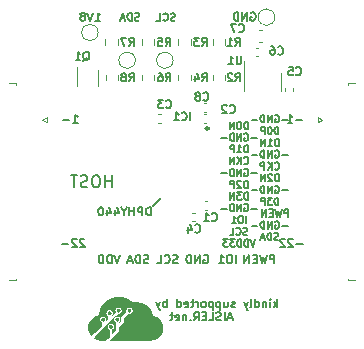
<source format=gbr>
%TF.GenerationSoftware,KiCad,Pcbnew,7.0.10*%
%TF.CreationDate,2024-03-24T13:51:38+01:00*%
%TF.ProjectId,CSI2-SPY-22-1A,43534932-2d53-4505-992d-32322d31412e,rev?*%
%TF.SameCoordinates,Original*%
%TF.FileFunction,Legend,Bot*%
%TF.FilePolarity,Positive*%
%FSLAX46Y46*%
G04 Gerber Fmt 4.6, Leading zero omitted, Abs format (unit mm)*
G04 Created by KiCad (PCBNEW 7.0.10) date 2024-03-24 13:51:38*
%MOMM*%
%LPD*%
G01*
G04 APERTURE LIST*
%ADD10C,0.000000*%
%ADD11C,0.150000*%
%ADD12C,0.162500*%
%ADD13C,0.175000*%
%ADD14C,0.200000*%
%ADD15C,0.120000*%
%ADD16C,0.250000*%
G04 APERTURE END LIST*
D10*
G36*
X8857138Y-25985086D02*
G01*
X8870499Y-25986389D01*
X8884065Y-25988774D01*
X8897805Y-25992281D01*
X8901237Y-25993402D01*
X8904793Y-25994770D01*
X8908463Y-25996380D01*
X8912236Y-25998224D01*
X8916102Y-26000294D01*
X8920052Y-26002585D01*
X8924074Y-26005088D01*
X8928158Y-26007797D01*
X8932295Y-26010706D01*
X8936474Y-26013806D01*
X8940685Y-26017091D01*
X8944917Y-26020554D01*
X8949161Y-26024188D01*
X8953405Y-26027986D01*
X8957641Y-26031940D01*
X8961858Y-26036045D01*
X8967158Y-26041378D01*
X8971971Y-26046371D01*
X8976329Y-26051078D01*
X8980264Y-26055555D01*
X8983809Y-26059856D01*
X8986997Y-26064038D01*
X8989859Y-26068154D01*
X8992429Y-26072260D01*
X8994739Y-26076411D01*
X8996822Y-26080663D01*
X8998710Y-26085069D01*
X9000435Y-26089687D01*
X9002031Y-26094569D01*
X9003530Y-26099772D01*
X9004964Y-26105351D01*
X9006366Y-26111360D01*
X9007781Y-26118304D01*
X9008912Y-26125212D01*
X9009762Y-26132080D01*
X9010332Y-26138901D01*
X9010626Y-26145672D01*
X9010646Y-26152386D01*
X9010393Y-26159039D01*
X9009871Y-26165626D01*
X9009082Y-26172141D01*
X9008029Y-26178580D01*
X9006712Y-26184937D01*
X9005136Y-26191207D01*
X9003303Y-26197385D01*
X9001214Y-26203466D01*
X8998873Y-26209444D01*
X8996281Y-26215316D01*
X8993441Y-26221075D01*
X8990356Y-26226716D01*
X8987027Y-26232234D01*
X8983458Y-26237625D01*
X8979650Y-26242883D01*
X8975606Y-26248002D01*
X8971329Y-26252979D01*
X8966820Y-26257807D01*
X8962082Y-26262481D01*
X8957119Y-26266997D01*
X8951931Y-26271350D01*
X8946521Y-26275533D01*
X8940892Y-26279543D01*
X8935046Y-26283373D01*
X8928986Y-26287019D01*
X8922714Y-26290476D01*
X8922713Y-26290476D01*
X8911014Y-26296462D01*
X8905822Y-26298929D01*
X8900950Y-26301069D01*
X8896312Y-26302899D01*
X8891820Y-26304436D01*
X8887384Y-26305697D01*
X8882918Y-26306699D01*
X8878334Y-26307459D01*
X8873543Y-26307994D01*
X8868459Y-26308322D01*
X8862992Y-26308460D01*
X8857056Y-26308424D01*
X8850561Y-26308233D01*
X8835548Y-26307449D01*
X8824598Y-26306535D01*
X8814107Y-26305162D01*
X8804061Y-26303321D01*
X8794442Y-26301001D01*
X8789788Y-26299659D01*
X8785236Y-26298194D01*
X8780782Y-26296605D01*
X8776425Y-26294890D01*
X8772164Y-26293050D01*
X8767995Y-26291081D01*
X8763918Y-26288984D01*
X8759930Y-26286757D01*
X8756029Y-26284399D01*
X8752213Y-26281909D01*
X8748480Y-26279285D01*
X8744828Y-26276527D01*
X8741256Y-26273633D01*
X8737760Y-26270602D01*
X8734340Y-26267433D01*
X8730993Y-26264125D01*
X8727717Y-26260677D01*
X8724511Y-26257087D01*
X8718297Y-26249479D01*
X8712336Y-26241291D01*
X8706613Y-26232514D01*
X8699742Y-26220376D01*
X8694027Y-26208126D01*
X8689436Y-26195804D01*
X8685936Y-26183450D01*
X8683495Y-26171107D01*
X8682079Y-26158816D01*
X8681655Y-26146618D01*
X8682191Y-26134553D01*
X8683655Y-26122664D01*
X8686013Y-26110991D01*
X8689232Y-26099575D01*
X8693280Y-26088458D01*
X8698125Y-26077681D01*
X8703732Y-26067285D01*
X8710070Y-26057312D01*
X8717105Y-26047802D01*
X8724806Y-26038796D01*
X8733138Y-26030337D01*
X8742070Y-26022464D01*
X8751568Y-26015220D01*
X8761600Y-26008645D01*
X8772133Y-26002780D01*
X8783134Y-25997668D01*
X8794571Y-25993348D01*
X8806410Y-25989863D01*
X8818619Y-25987253D01*
X8831166Y-25985559D01*
X8844016Y-25984823D01*
X8857138Y-25985086D01*
G37*
G36*
X9615168Y-25770292D02*
G01*
X9625685Y-25771306D01*
X9636078Y-25772991D01*
X9646316Y-25775329D01*
X9656367Y-25778303D01*
X9666199Y-25781894D01*
X9675779Y-25786085D01*
X9685075Y-25790858D01*
X9694057Y-25796196D01*
X9702691Y-25802081D01*
X9710945Y-25808494D01*
X9718788Y-25815419D01*
X9726187Y-25822837D01*
X9733111Y-25830732D01*
X9739528Y-25839085D01*
X9745405Y-25847878D01*
X9750711Y-25857094D01*
X9755413Y-25866715D01*
X9759479Y-25876724D01*
X9762878Y-25887102D01*
X9765577Y-25897832D01*
X9767545Y-25908896D01*
X9768749Y-25920277D01*
X9769157Y-25931957D01*
X9769027Y-25938079D01*
X9768638Y-25944199D01*
X9767998Y-25950309D01*
X9767112Y-25956399D01*
X9765985Y-25962463D01*
X9764624Y-25968490D01*
X9763034Y-25974472D01*
X9761222Y-25980402D01*
X9759192Y-25986269D01*
X9756951Y-25992066D01*
X9754505Y-25997784D01*
X9751859Y-26003415D01*
X9749019Y-26008949D01*
X9745992Y-26014379D01*
X9742782Y-26019696D01*
X9739396Y-26024890D01*
X9735839Y-26029954D01*
X9732117Y-26034880D01*
X9728237Y-26039657D01*
X9724203Y-26044278D01*
X9720022Y-26048735D01*
X9715699Y-26053018D01*
X9711240Y-26057120D01*
X9706652Y-26061031D01*
X9701940Y-26064742D01*
X9697109Y-26068247D01*
X9692165Y-26071535D01*
X9687115Y-26074598D01*
X9681964Y-26077428D01*
X9676718Y-26080016D01*
X9671382Y-26082353D01*
X9665963Y-26084431D01*
X9665963Y-26084430D01*
X9658114Y-26086995D01*
X9650098Y-26089161D01*
X9641942Y-26090928D01*
X9633672Y-26092298D01*
X9625314Y-26093273D01*
X9616895Y-26093852D01*
X9608440Y-26094039D01*
X9599975Y-26093833D01*
X9591527Y-26093236D01*
X9583121Y-26092250D01*
X9574785Y-26090875D01*
X9566543Y-26089113D01*
X9558422Y-26086965D01*
X9550449Y-26084432D01*
X9542648Y-26081516D01*
X9535047Y-26078218D01*
X9524463Y-26072833D01*
X9514513Y-26066853D01*
X9505199Y-26060316D01*
X9496522Y-26053259D01*
X9488485Y-26045719D01*
X9481089Y-26037731D01*
X9474337Y-26029334D01*
X9468229Y-26020565D01*
X9462770Y-26011459D01*
X9457959Y-26002055D01*
X9453799Y-25992389D01*
X9450292Y-25982498D01*
X9447440Y-25972418D01*
X9445246Y-25962187D01*
X9443709Y-25951842D01*
X9442834Y-25941420D01*
X9442621Y-25930957D01*
X9443072Y-25920491D01*
X9444191Y-25910058D01*
X9445977Y-25899695D01*
X9448434Y-25889440D01*
X9451563Y-25879329D01*
X9455366Y-25869399D01*
X9459845Y-25859686D01*
X9465003Y-25850229D01*
X9470840Y-25841064D01*
X9477359Y-25832227D01*
X9484562Y-25823756D01*
X9492450Y-25815687D01*
X9501026Y-25808059D01*
X9510292Y-25800906D01*
X9520249Y-25794267D01*
X9530435Y-25788448D01*
X9540786Y-25783459D01*
X9551270Y-25779282D01*
X9561854Y-25775900D01*
X9572508Y-25773295D01*
X9583198Y-25771450D01*
X9593892Y-25770346D01*
X9604560Y-25769966D01*
X9615168Y-25770292D01*
G37*
G36*
X9506937Y-26524131D02*
G01*
X9518152Y-26525204D01*
X9529247Y-26527032D01*
X9540180Y-26529602D01*
X9550910Y-26532900D01*
X9561396Y-26536911D01*
X9571599Y-26541623D01*
X9581476Y-26547019D01*
X9590987Y-26553088D01*
X9600092Y-26559814D01*
X9608750Y-26567183D01*
X9616919Y-26575182D01*
X9624559Y-26583796D01*
X9631629Y-26593011D01*
X9638088Y-26602813D01*
X9643896Y-26613189D01*
X9649011Y-26624124D01*
X9653393Y-26635603D01*
X9657001Y-26647614D01*
X9659795Y-26660141D01*
X9661733Y-26673171D01*
X9662248Y-26679068D01*
X9662472Y-26685009D01*
X9662413Y-26690986D01*
X9662075Y-26696988D01*
X9661465Y-26703007D01*
X9660588Y-26709031D01*
X9659451Y-26715052D01*
X9658059Y-26721060D01*
X9656419Y-26727045D01*
X9654535Y-26732996D01*
X9652415Y-26738905D01*
X9650063Y-26744762D01*
X9647486Y-26750556D01*
X9644690Y-26756279D01*
X9641681Y-26761919D01*
X9638464Y-26767469D01*
X9635045Y-26772916D01*
X9631430Y-26778253D01*
X9627626Y-26783469D01*
X9623638Y-26788555D01*
X9619471Y-26793500D01*
X9615133Y-26798296D01*
X9610628Y-26802931D01*
X9605963Y-26807397D01*
X9601143Y-26811683D01*
X9596175Y-26815780D01*
X9591064Y-26819678D01*
X9585816Y-26823368D01*
X9580437Y-26826839D01*
X9574933Y-26830082D01*
X9569310Y-26833087D01*
X9563574Y-26835844D01*
X9560348Y-26837226D01*
X9556890Y-26838552D01*
X9553223Y-26839817D01*
X9549370Y-26841017D01*
X9545355Y-26842148D01*
X9541202Y-26843204D01*
X9536934Y-26844181D01*
X9532576Y-26845074D01*
X9523679Y-26846593D01*
X9519189Y-26847209D01*
X9514703Y-26847723D01*
X9510243Y-26848131D01*
X9505835Y-26848428D01*
X9501501Y-26848610D01*
X9497265Y-26848671D01*
X9488592Y-26848473D01*
X9480091Y-26847877D01*
X9471758Y-26846884D01*
X9463591Y-26845492D01*
X9455588Y-26843700D01*
X9447747Y-26841507D01*
X9440065Y-26838912D01*
X9432542Y-26835914D01*
X9425174Y-26832513D01*
X9417959Y-26828708D01*
X9410895Y-26824497D01*
X9403980Y-26819880D01*
X9397212Y-26814855D01*
X9390588Y-26809422D01*
X9384107Y-26803580D01*
X9377766Y-26797328D01*
X9372872Y-26791975D01*
X9368149Y-26786189D01*
X9363617Y-26780017D01*
X9359295Y-26773507D01*
X9355205Y-26766706D01*
X9351365Y-26759663D01*
X9347797Y-26752424D01*
X9344519Y-26745038D01*
X9341552Y-26737551D01*
X9338916Y-26730011D01*
X9336630Y-26722467D01*
X9334716Y-26714965D01*
X9333192Y-26707553D01*
X9332078Y-26700279D01*
X9331396Y-26693190D01*
X9331164Y-26686334D01*
X9331396Y-26679478D01*
X9332078Y-26672390D01*
X9333192Y-26665116D01*
X9334716Y-26657704D01*
X9336630Y-26650202D01*
X9338916Y-26642657D01*
X9341552Y-26635118D01*
X9344519Y-26627631D01*
X9347797Y-26620245D01*
X9351365Y-26613006D01*
X9355205Y-26605962D01*
X9359295Y-26599162D01*
X9363616Y-26592652D01*
X9368149Y-26586480D01*
X9372872Y-26580694D01*
X9377766Y-26575341D01*
X9387251Y-26566246D01*
X9397104Y-26558075D01*
X9407285Y-26550815D01*
X9417753Y-26544452D01*
X9428468Y-26538971D01*
X9439388Y-26534358D01*
X9450472Y-26530600D01*
X9461681Y-26527682D01*
X9472972Y-26525590D01*
X9484306Y-26524310D01*
X9495641Y-26523829D01*
X9506937Y-26524131D01*
G37*
G36*
X12389655Y-25953997D02*
G01*
X12406923Y-25988629D01*
X12423176Y-26023644D01*
X12438362Y-26058935D01*
X12452432Y-26094394D01*
X12465332Y-26129916D01*
X12477012Y-26165394D01*
X12487421Y-26200720D01*
X12496507Y-26235788D01*
X12504218Y-26270491D01*
X12506515Y-26281593D01*
X12508777Y-26292143D01*
X12510946Y-26301895D01*
X12512964Y-26310606D01*
X12514772Y-26318030D01*
X12516313Y-26323924D01*
X12517528Y-26328041D01*
X12517996Y-26329358D01*
X12518360Y-26330139D01*
X12518820Y-26330659D01*
X12519568Y-26331213D01*
X12520588Y-26331795D01*
X12521862Y-26332400D01*
X12523374Y-26333025D01*
X12525108Y-26333662D01*
X12529172Y-26334959D01*
X12533920Y-26336252D01*
X12539220Y-26337500D01*
X12544937Y-26338666D01*
X12550938Y-26339708D01*
X12558361Y-26341148D01*
X12568153Y-26343448D01*
X12579894Y-26346491D01*
X12593166Y-26350158D01*
X12607550Y-26354329D01*
X12622626Y-26358887D01*
X12637974Y-26363712D01*
X12653175Y-26368685D01*
X12722140Y-26394238D01*
X12788630Y-26423920D01*
X12852516Y-26457589D01*
X12913673Y-26495103D01*
X12971973Y-26536318D01*
X13027288Y-26581092D01*
X13079493Y-26629283D01*
X13128460Y-26680748D01*
X13174061Y-26735344D01*
X13216169Y-26792930D01*
X13254659Y-26853362D01*
X13289402Y-26916498D01*
X13320271Y-26982195D01*
X13347139Y-27050311D01*
X13369880Y-27120704D01*
X13388366Y-27193231D01*
X13392307Y-27213219D01*
X13395719Y-27235101D01*
X13398600Y-27258608D01*
X13400951Y-27283471D01*
X13404064Y-27336186D01*
X13405062Y-27391091D01*
X13403946Y-27446031D01*
X13400719Y-27498850D01*
X13398314Y-27523792D01*
X13395383Y-27547395D01*
X13391926Y-27569391D01*
X13387942Y-27589510D01*
X13368557Y-27663543D01*
X13343885Y-27735591D01*
X13314133Y-27805444D01*
X13279510Y-27872896D01*
X13240224Y-27937738D01*
X13196483Y-27999761D01*
X13148494Y-28058757D01*
X13096465Y-28114518D01*
X13040604Y-28166836D01*
X12981120Y-28215503D01*
X12918220Y-28260309D01*
X12852112Y-28301047D01*
X12783004Y-28337509D01*
X12711103Y-28369485D01*
X12636619Y-28396769D01*
X12559758Y-28419152D01*
X12508222Y-28432213D01*
X12461282Y-28441940D01*
X12404784Y-28448892D01*
X12324575Y-28453623D01*
X12206501Y-28456692D01*
X12036409Y-28458654D01*
X11483560Y-28461487D01*
X11483546Y-28461417D01*
X9317308Y-28464994D01*
X8040404Y-28464624D01*
X8016333Y-28458571D01*
X8569867Y-28458571D01*
X8569931Y-28458634D01*
X8570676Y-28458935D01*
X8572863Y-28459224D01*
X8581263Y-28459761D01*
X8612116Y-28460639D01*
X8657779Y-28461181D01*
X8713540Y-28461301D01*
X8857148Y-28460931D01*
X9258559Y-28069238D01*
X9659971Y-27677545D01*
X9661818Y-27501463D01*
X9663670Y-27325379D01*
X9874638Y-27099829D01*
X10085608Y-26874279D01*
X10085608Y-26548014D01*
X10266432Y-26367095D01*
X10447255Y-26186174D01*
X10472328Y-26193131D01*
X10475144Y-26193819D01*
X10478395Y-26194450D01*
X10486046Y-26195532D01*
X10494973Y-26196363D01*
X10504864Y-26196931D01*
X10515410Y-26197222D01*
X10526301Y-26197223D01*
X10537227Y-26196920D01*
X10547879Y-26196301D01*
X10565383Y-26194436D01*
X10582427Y-26191525D01*
X10598988Y-26187609D01*
X10615043Y-26182726D01*
X10630570Y-26176917D01*
X10645547Y-26170221D01*
X10659950Y-26162677D01*
X10673756Y-26154325D01*
X10686944Y-26145205D01*
X10699490Y-26135356D01*
X10711372Y-26124817D01*
X10722566Y-26113629D01*
X10733051Y-26101830D01*
X10742803Y-26089461D01*
X10751800Y-26076561D01*
X10760019Y-26063169D01*
X10767437Y-26049325D01*
X10774033Y-26035068D01*
X10779782Y-26020438D01*
X10784662Y-26005475D01*
X10788651Y-25990218D01*
X10791726Y-25974707D01*
X10793864Y-25958981D01*
X10795042Y-25943079D01*
X10795238Y-25927042D01*
X10794429Y-25910909D01*
X10792593Y-25894719D01*
X10789706Y-25878512D01*
X10785746Y-25862328D01*
X10780690Y-25846205D01*
X10774516Y-25830184D01*
X10767201Y-25814305D01*
X10760732Y-25802144D01*
X10753708Y-25790429D01*
X10746138Y-25779169D01*
X10738035Y-25768372D01*
X10729410Y-25758049D01*
X10720275Y-25748209D01*
X10710641Y-25738862D01*
X10700519Y-25730016D01*
X10689921Y-25721683D01*
X10678859Y-25713871D01*
X10667344Y-25706590D01*
X10655387Y-25699849D01*
X10643001Y-25693658D01*
X10630196Y-25688026D01*
X10616984Y-25682963D01*
X10603377Y-25678479D01*
X10587773Y-25674249D01*
X10572162Y-25671013D01*
X10556578Y-25668748D01*
X10541052Y-25667432D01*
X10525617Y-25667040D01*
X10510306Y-25667550D01*
X10495151Y-25668938D01*
X10480185Y-25671182D01*
X10465441Y-25674257D01*
X10450952Y-25678141D01*
X10436749Y-25682810D01*
X10422866Y-25688241D01*
X10409335Y-25694411D01*
X10396189Y-25701297D01*
X10383460Y-25708876D01*
X10371182Y-25717124D01*
X10359386Y-25726017D01*
X10348105Y-25735534D01*
X10337373Y-25745650D01*
X10327221Y-25756342D01*
X10317682Y-25767588D01*
X10308789Y-25779363D01*
X10300574Y-25791645D01*
X10293071Y-25804410D01*
X10286311Y-25817636D01*
X10280328Y-25831298D01*
X10275154Y-25845374D01*
X10270821Y-25859841D01*
X10267363Y-25874675D01*
X10264812Y-25889853D01*
X10263200Y-25905351D01*
X10262560Y-25921148D01*
X10262579Y-25932102D01*
X10262817Y-25943174D01*
X10263250Y-25954060D01*
X10263860Y-25964457D01*
X10264624Y-25974062D01*
X10265522Y-25982572D01*
X10266532Y-25989683D01*
X10267073Y-25992619D01*
X10267635Y-25995091D01*
X10268509Y-25998925D01*
X10268888Y-26002659D01*
X10268479Y-26006612D01*
X10266990Y-26011103D01*
X10264127Y-26016448D01*
X10259598Y-26022967D01*
X10253111Y-26030979D01*
X10244372Y-26040800D01*
X10218969Y-26067148D01*
X10181046Y-26104556D01*
X10058279Y-26222741D01*
X9843376Y-26428785D01*
X9843376Y-26778271D01*
X9732960Y-26891484D01*
X9622544Y-27004697D01*
X9622173Y-26961909D01*
X9622151Y-26955467D01*
X9622192Y-26949663D01*
X9622306Y-26944462D01*
X9622394Y-26942075D01*
X9622504Y-26939826D01*
X9622637Y-26937708D01*
X9622794Y-26935718D01*
X9622977Y-26933852D01*
X9623188Y-26932103D01*
X9623427Y-26930469D01*
X9623695Y-26928943D01*
X9623994Y-26927523D01*
X9624325Y-26926202D01*
X9624690Y-26924977D01*
X9625089Y-26923843D01*
X9625524Y-26922795D01*
X9625996Y-26921829D01*
X9626506Y-26920940D01*
X9627056Y-26920124D01*
X9627647Y-26919375D01*
X9628280Y-26918691D01*
X9628956Y-26918064D01*
X9629677Y-26917493D01*
X9630444Y-26916970D01*
X9631258Y-26916493D01*
X9632120Y-26916057D01*
X9633031Y-26915656D01*
X9633994Y-26915286D01*
X9635009Y-26914944D01*
X9637280Y-26914092D01*
X9639746Y-26912924D01*
X9645207Y-26909701D01*
X9651281Y-26905394D01*
X9657858Y-26900125D01*
X9664825Y-26894013D01*
X9672071Y-26887180D01*
X9679487Y-26879746D01*
X9686961Y-26871832D01*
X9694381Y-26863558D01*
X9701638Y-26855045D01*
X9708619Y-26846414D01*
X9715214Y-26837786D01*
X9721312Y-26829280D01*
X9726801Y-26821018D01*
X9731572Y-26813121D01*
X9735512Y-26805709D01*
X9739286Y-26797426D01*
X9743110Y-26787980D01*
X9746877Y-26777699D01*
X9750484Y-26766913D01*
X9753825Y-26755952D01*
X9756794Y-26745146D01*
X9759286Y-26734825D01*
X9761196Y-26725318D01*
X9762799Y-26714818D01*
X9763919Y-26704300D01*
X9764563Y-26693777D01*
X9764739Y-26683262D01*
X9764452Y-26672768D01*
X9763711Y-26662307D01*
X9762522Y-26651893D01*
X9760892Y-26641538D01*
X9758829Y-26631256D01*
X9756340Y-26621060D01*
X9753431Y-26610962D01*
X9750111Y-26600976D01*
X9746384Y-26591114D01*
X9742260Y-26581390D01*
X9737745Y-26571817D01*
X9732846Y-26562407D01*
X9727570Y-26553173D01*
X9721925Y-26544129D01*
X9715917Y-26535287D01*
X9709553Y-26526661D01*
X9702841Y-26518263D01*
X9695787Y-26510107D01*
X9688399Y-26502204D01*
X9680684Y-26494569D01*
X9672649Y-26487215D01*
X9664300Y-26480153D01*
X9655646Y-26473398D01*
X9646692Y-26466963D01*
X9637447Y-26460859D01*
X9627917Y-26455100D01*
X9618110Y-26449700D01*
X9608032Y-26444671D01*
X9594083Y-26438253D01*
X9587854Y-26435587D01*
X9581972Y-26433254D01*
X9576323Y-26431233D01*
X9570794Y-26429501D01*
X9565273Y-26428038D01*
X9559646Y-26426821D01*
X9553801Y-26425828D01*
X9547624Y-26425039D01*
X9541003Y-26424430D01*
X9533825Y-26423981D01*
X9517344Y-26423474D01*
X9497277Y-26423343D01*
X9477212Y-26423473D01*
X9468580Y-26423669D01*
X9460731Y-26423980D01*
X9453553Y-26424429D01*
X9446932Y-26425037D01*
X9440755Y-26425827D01*
X9434910Y-26426819D01*
X9429283Y-26428036D01*
X9423762Y-26429499D01*
X9418233Y-26431231D01*
X9412584Y-26433252D01*
X9406701Y-26435585D01*
X9400473Y-26438251D01*
X9386524Y-26444671D01*
X9371785Y-26452183D01*
X9357652Y-26460451D01*
X9344142Y-26469451D01*
X9331276Y-26479160D01*
X9319069Y-26489555D01*
X9307540Y-26500613D01*
X9296708Y-26512310D01*
X9286590Y-26524623D01*
X9277205Y-26537529D01*
X9268569Y-26551004D01*
X9260702Y-26565026D01*
X9253622Y-26579570D01*
X9247345Y-26594613D01*
X9241891Y-26610133D01*
X9237278Y-26626106D01*
X9233522Y-26642509D01*
X9231818Y-26652261D01*
X9230578Y-26662104D01*
X9229794Y-26672021D01*
X9229458Y-26681997D01*
X9229562Y-26692015D01*
X9230099Y-26702059D01*
X9231060Y-26712113D01*
X9232436Y-26722160D01*
X9234222Y-26732185D01*
X9236407Y-26742170D01*
X9238985Y-26752101D01*
X9241947Y-26761959D01*
X9245286Y-26771730D01*
X9248992Y-26781397D01*
X9253059Y-26790944D01*
X9257479Y-26800355D01*
X9262243Y-26809613D01*
X9267343Y-26818702D01*
X9272772Y-26827606D01*
X9278521Y-26836309D01*
X9284582Y-26844794D01*
X9290948Y-26853046D01*
X9297611Y-26861047D01*
X9304562Y-26868782D01*
X9311794Y-26876235D01*
X9319298Y-26883389D01*
X9327066Y-26890229D01*
X9335091Y-26896737D01*
X9343365Y-26902897D01*
X9351879Y-26908694D01*
X9360626Y-26914111D01*
X9369598Y-26919132D01*
X9400386Y-26935465D01*
X9400015Y-27253838D01*
X9399645Y-27572210D01*
X9237375Y-27738312D01*
X9075103Y-27904413D01*
X9075367Y-27710628D01*
X9075632Y-27516843D01*
X9111466Y-27492620D01*
X9124888Y-27482877D01*
X9137484Y-27472366D01*
X9149240Y-27461118D01*
X9160141Y-27449163D01*
X9170173Y-27436534D01*
X9179322Y-27423260D01*
X9187572Y-27409373D01*
X9194911Y-27394904D01*
X9201322Y-27379883D01*
X9206792Y-27364341D01*
X9211306Y-27348310D01*
X9214850Y-27331820D01*
X9217410Y-27314902D01*
X9218970Y-27297588D01*
X9219517Y-27279907D01*
X9219037Y-27261891D01*
X9217501Y-27243896D01*
X9214905Y-27226392D01*
X9211257Y-27209394D01*
X9209041Y-27201089D01*
X9206566Y-27192915D01*
X9203833Y-27184875D01*
X9200842Y-27176969D01*
X9197595Y-27169200D01*
X9194093Y-27161569D01*
X9190337Y-27154078D01*
X9186329Y-27146729D01*
X9182069Y-27139523D01*
X9177558Y-27132462D01*
X9172798Y-27125548D01*
X9167789Y-27118783D01*
X9162534Y-27112167D01*
X9157032Y-27105703D01*
X9151286Y-27099393D01*
X9145295Y-27093238D01*
X9132588Y-27081401D01*
X9118919Y-27070205D01*
X9104298Y-27059664D01*
X9088733Y-27049792D01*
X9072234Y-27040601D01*
X9058769Y-27033752D01*
X9052830Y-27030937D01*
X9047236Y-27028492D01*
X9041851Y-27026393D01*
X9036539Y-27024613D01*
X9031164Y-27023126D01*
X9025588Y-27021905D01*
X9019675Y-27020925D01*
X9013288Y-27020159D01*
X9006291Y-27019581D01*
X8998546Y-27019165D01*
X8980271Y-27018714D01*
X8957367Y-27018597D01*
X8934471Y-27018682D01*
X8924801Y-27018842D01*
X8916131Y-27019117D01*
X8908320Y-27019533D01*
X8901227Y-27020116D01*
X8894713Y-27020892D01*
X8888638Y-27021889D01*
X8882860Y-27023132D01*
X8877240Y-27024649D01*
X8871638Y-27026466D01*
X8865914Y-27028608D01*
X8859926Y-27031104D01*
X8853536Y-27033979D01*
X8838986Y-27040972D01*
X8828768Y-27046296D01*
X8818721Y-27052122D01*
X8808871Y-27058425D01*
X8799242Y-27065182D01*
X8789856Y-27072368D01*
X8780738Y-27079958D01*
X8771913Y-27087929D01*
X8763403Y-27096255D01*
X8755233Y-27104912D01*
X8747427Y-27113877D01*
X8740009Y-27123125D01*
X8733002Y-27132630D01*
X8726431Y-27142370D01*
X8720319Y-27152320D01*
X8714691Y-27162454D01*
X8709570Y-27172750D01*
X8704169Y-27184769D01*
X8701904Y-27190305D01*
X8699907Y-27195648D01*
X8698162Y-27200890D01*
X8696654Y-27206122D01*
X8695366Y-27211436D01*
X8694282Y-27216924D01*
X8693386Y-27222677D01*
X8692662Y-27228787D01*
X8692094Y-27235345D01*
X8691665Y-27242444D01*
X8691161Y-27258628D01*
X8691021Y-27278072D01*
X8691150Y-27298188D01*
X8691344Y-27306831D01*
X8691654Y-27314682D01*
X8692103Y-27321856D01*
X8692712Y-27328468D01*
X8693504Y-27334631D01*
X8694501Y-27340461D01*
X8695725Y-27346071D01*
X8697199Y-27351576D01*
X8698944Y-27357091D01*
X8700983Y-27362729D01*
X8703338Y-27368605D01*
X8706032Y-27374834D01*
X8712522Y-27388807D01*
X8717313Y-27398231D01*
X8722684Y-27407703D01*
X8728579Y-27417162D01*
X8734942Y-27426550D01*
X8741718Y-27435806D01*
X8748851Y-27444872D01*
X8756284Y-27453686D01*
X8763963Y-27462191D01*
X8771831Y-27470325D01*
X8779833Y-27478030D01*
X8787912Y-27485245D01*
X8796015Y-27491912D01*
X8804083Y-27497970D01*
X8812063Y-27503359D01*
X8819897Y-27508021D01*
X8827531Y-27511895D01*
X8853306Y-27523764D01*
X8853465Y-27824973D01*
X8853623Y-28126181D01*
X8711745Y-28290890D01*
X8656656Y-28355079D01*
X8611543Y-28408091D01*
X8581062Y-28444423D01*
X8572762Y-28454614D01*
X8570603Y-28457415D01*
X8569867Y-28458571D01*
X8016333Y-28458571D01*
X7967735Y-28446350D01*
X7951866Y-28442232D01*
X7934604Y-28437527D01*
X7898115Y-28427014D01*
X7862697Y-28416129D01*
X7846773Y-28410958D01*
X7832777Y-28406188D01*
X7802107Y-28394148D01*
X7759034Y-28375624D01*
X7708641Y-28352999D01*
X7656013Y-28328656D01*
X7606231Y-28304979D01*
X7564380Y-28284351D01*
X7535541Y-28269156D01*
X7527590Y-28264340D01*
X7524799Y-28261777D01*
X7525114Y-28261086D01*
X7526039Y-28259777D01*
X7529594Y-28255437D01*
X7535214Y-28249028D01*
X7542651Y-28240823D01*
X7561974Y-28220111D01*
X7585571Y-28195476D01*
X9258224Y-26482126D01*
X9380859Y-26356941D01*
X9470507Y-26264916D01*
X9536666Y-26196505D01*
X9605200Y-26195547D01*
X9625231Y-26195124D01*
X9633975Y-26194802D01*
X9641989Y-26194384D01*
X9649361Y-26193855D01*
X9656180Y-26193199D01*
X9662533Y-26192401D01*
X9668509Y-26191444D01*
X9674196Y-26190314D01*
X9679681Y-26188994D01*
X9685054Y-26187468D01*
X9690402Y-26185720D01*
X9695813Y-26183736D01*
X9701376Y-26181498D01*
X9707178Y-26178992D01*
X9713308Y-26176201D01*
X9723130Y-26171335D01*
X9732932Y-26165885D01*
X9742674Y-26159891D01*
X9752317Y-26153389D01*
X9761820Y-26146419D01*
X9771143Y-26139017D01*
X9780247Y-26131223D01*
X9789093Y-26123074D01*
X9797639Y-26114609D01*
X9805846Y-26105865D01*
X9813675Y-26096880D01*
X9821085Y-26087693D01*
X9828037Y-26078342D01*
X9834491Y-26068865D01*
X9840406Y-26059299D01*
X9845744Y-26049684D01*
X9852588Y-26036277D01*
X9855395Y-26030370D01*
X9857828Y-26024800D01*
X9859913Y-26019424D01*
X9861677Y-26014099D01*
X9863147Y-26008680D01*
X9864349Y-26003023D01*
X9865309Y-25996983D01*
X9866056Y-25990418D01*
X9866614Y-25983183D01*
X9867011Y-25975134D01*
X9867427Y-25956017D01*
X9867519Y-25931916D01*
X9867440Y-25907387D01*
X9867294Y-25897170D01*
X9867036Y-25888109D01*
X9866635Y-25880045D01*
X9866059Y-25872822D01*
X9865278Y-25866282D01*
X9864260Y-25860266D01*
X9862975Y-25854619D01*
X9861390Y-25849183D01*
X9859476Y-25843799D01*
X9857201Y-25838311D01*
X9854534Y-25832562D01*
X9851443Y-25826393D01*
X9843868Y-25812167D01*
X9837971Y-25801884D01*
X9831516Y-25791732D01*
X9824545Y-25781749D01*
X9817101Y-25771975D01*
X9809229Y-25762449D01*
X9800969Y-25753213D01*
X9792367Y-25744304D01*
X9783464Y-25735764D01*
X9774303Y-25727631D01*
X9764928Y-25719946D01*
X9755382Y-25712748D01*
X9745707Y-25706076D01*
X9735947Y-25699971D01*
X9726145Y-25694472D01*
X9716343Y-25689619D01*
X9706585Y-25685451D01*
X9695443Y-25681364D01*
X9689978Y-25679589D01*
X9684525Y-25677984D01*
X9679043Y-25676541D01*
X9673489Y-25675254D01*
X9667819Y-25674115D01*
X9661991Y-25673119D01*
X9655962Y-25672257D01*
X9649689Y-25671524D01*
X9636239Y-25670413D01*
X9621299Y-25669732D01*
X9604525Y-25669425D01*
X9585553Y-25669429D01*
X9577362Y-25669574D01*
X9569889Y-25669844D01*
X9563027Y-25670258D01*
X9556668Y-25670839D01*
X9550703Y-25671607D01*
X9545025Y-25672583D01*
X9539525Y-25673789D01*
X9534094Y-25675246D01*
X9528626Y-25676974D01*
X9523011Y-25678995D01*
X9517141Y-25681330D01*
X9510909Y-25684000D01*
X9496924Y-25690431D01*
X9486928Y-25695308D01*
X9477398Y-25700267D01*
X9468314Y-25705325D01*
X9459652Y-25710501D01*
X9451392Y-25715814D01*
X9443511Y-25721281D01*
X9435989Y-25726921D01*
X9428802Y-25732753D01*
X9421930Y-25738795D01*
X9415351Y-25745064D01*
X9409043Y-25751580D01*
X9402984Y-25758361D01*
X9397152Y-25765425D01*
X9391527Y-25772791D01*
X9386085Y-25780476D01*
X9380806Y-25788500D01*
X9373195Y-25801220D01*
X9366337Y-25814208D01*
X9360235Y-25827440D01*
X9354893Y-25840893D01*
X9350313Y-25854542D01*
X9346498Y-25868363D01*
X9343452Y-25882332D01*
X9341178Y-25896427D01*
X9339679Y-25910622D01*
X9338958Y-25924893D01*
X9339019Y-25939218D01*
X9339865Y-25953571D01*
X9341499Y-25967930D01*
X9343923Y-25982269D01*
X9347142Y-25996566D01*
X9351159Y-26010796D01*
X9364245Y-26052844D01*
X9178722Y-26229421D01*
X9106366Y-26297982D01*
X9046504Y-26354128D01*
X9023203Y-26375734D01*
X9005358Y-26392064D01*
X8993749Y-26402392D01*
X8990525Y-26405080D01*
X8989152Y-26405996D01*
X8988945Y-26405976D01*
X8988740Y-26405916D01*
X8988539Y-26405816D01*
X8988341Y-26405679D01*
X8987955Y-26405293D01*
X8987586Y-26404768D01*
X8987235Y-26404110D01*
X8986904Y-26403328D01*
X8986595Y-26402430D01*
X8986311Y-26401423D01*
X8986052Y-26400316D01*
X8985823Y-26399116D01*
X8985623Y-26397832D01*
X8985457Y-26396472D01*
X8985325Y-26395043D01*
X8985229Y-26393554D01*
X8985173Y-26392012D01*
X8985157Y-26390425D01*
X8985185Y-26389482D01*
X8985263Y-26388530D01*
X8985570Y-26386605D01*
X8986075Y-26384653D01*
X8986776Y-26382676D01*
X8987669Y-26380680D01*
X8988752Y-26378666D01*
X8990024Y-26376638D01*
X8991481Y-26374599D01*
X8993121Y-26372553D01*
X8994941Y-26370503D01*
X8996939Y-26368452D01*
X8999113Y-26366403D01*
X9001459Y-26364360D01*
X9003976Y-26362326D01*
X9006661Y-26360305D01*
X9009512Y-26358299D01*
X9020717Y-26350002D01*
X9031427Y-26340742D01*
X9041610Y-26330583D01*
X9051235Y-26319592D01*
X9060269Y-26307833D01*
X9068682Y-26295371D01*
X9076442Y-26282272D01*
X9083518Y-26268600D01*
X9089878Y-26254422D01*
X9095490Y-26239802D01*
X9100324Y-26224806D01*
X9104348Y-26209499D01*
X9107530Y-26193946D01*
X9109839Y-26178212D01*
X9111243Y-26162363D01*
X9111712Y-26146464D01*
X9111474Y-26131785D01*
X9110762Y-26117862D01*
X9109546Y-26104623D01*
X9107795Y-26091996D01*
X9105479Y-26079912D01*
X9102569Y-26068299D01*
X9099035Y-26057086D01*
X9094846Y-26046201D01*
X9089973Y-26035574D01*
X9084386Y-26025134D01*
X9078055Y-26014809D01*
X9070950Y-26004528D01*
X9063041Y-25994221D01*
X9054298Y-25983816D01*
X9044691Y-25973242D01*
X9034190Y-25962427D01*
X9023185Y-25951733D01*
X9012461Y-25941971D01*
X9001937Y-25933108D01*
X8991533Y-25925111D01*
X8981168Y-25917947D01*
X8970762Y-25911581D01*
X8960234Y-25905981D01*
X8949503Y-25901112D01*
X8938489Y-25896941D01*
X8927112Y-25893436D01*
X8915290Y-25890561D01*
X8902942Y-25888284D01*
X8889990Y-25886572D01*
X8876351Y-25885390D01*
X8861945Y-25884706D01*
X8846692Y-25884485D01*
X8832463Y-25884700D01*
X8818903Y-25885359D01*
X8805954Y-25886485D01*
X8793557Y-25888099D01*
X8781655Y-25890226D01*
X8770190Y-25892886D01*
X8759103Y-25896102D01*
X8748337Y-25899897D01*
X8737833Y-25904293D01*
X8727533Y-25909312D01*
X8717380Y-25914977D01*
X8707314Y-25921309D01*
X8697279Y-25928332D01*
X8687216Y-25936068D01*
X8677067Y-25944538D01*
X8666773Y-25953767D01*
X8655423Y-25964858D01*
X8644864Y-25976362D01*
X8635096Y-25988246D01*
X8626116Y-26000482D01*
X8617924Y-26013037D01*
X8610517Y-26025882D01*
X8603894Y-26038986D01*
X8598053Y-26052319D01*
X8592993Y-26065851D01*
X8588712Y-26079550D01*
X8585208Y-26093386D01*
X8582481Y-26107329D01*
X8580527Y-26121348D01*
X8579346Y-26135413D01*
X8578936Y-26149493D01*
X8579295Y-26163557D01*
X8580422Y-26177576D01*
X8582315Y-26191519D01*
X8584972Y-26205355D01*
X8588393Y-26219054D01*
X8592574Y-26232585D01*
X8597516Y-26245918D01*
X8603215Y-26259022D01*
X8609671Y-26271866D01*
X8616882Y-26284421D01*
X8624846Y-26296656D01*
X8633561Y-26308540D01*
X8643027Y-26320043D01*
X8653241Y-26331134D01*
X8664201Y-26341783D01*
X8675907Y-26351959D01*
X8688356Y-26361632D01*
X8722117Y-26386413D01*
X8722117Y-26679254D01*
X8575108Y-26826382D01*
X8545470Y-26855937D01*
X8517613Y-26883509D01*
X8492162Y-26908495D01*
X8469741Y-26930291D01*
X8450975Y-26948294D01*
X8436487Y-26961900D01*
X8426904Y-26970507D01*
X8424146Y-26972746D01*
X8422848Y-26973509D01*
X8422578Y-26973480D01*
X8422312Y-26973393D01*
X8422049Y-26973249D01*
X8421791Y-26973050D01*
X8421288Y-26972494D01*
X8420806Y-26971735D01*
X8420348Y-26970784D01*
X8419915Y-26969654D01*
X8419511Y-26968357D01*
X8419138Y-26966902D01*
X8418799Y-26965303D01*
X8418497Y-26963570D01*
X8418234Y-26961715D01*
X8418013Y-26959750D01*
X8417837Y-26957686D01*
X8417708Y-26955535D01*
X8417630Y-26953307D01*
X8417604Y-26951016D01*
X8417664Y-26947585D01*
X8417858Y-26944418D01*
X8418210Y-26941482D01*
X8418744Y-26938743D01*
X8419087Y-26937437D01*
X8419484Y-26936169D01*
X8419939Y-26934933D01*
X8420455Y-26933726D01*
X8421035Y-26932543D01*
X8421681Y-26931381D01*
X8422398Y-26930235D01*
X8423187Y-26929100D01*
X8424052Y-26927974D01*
X8424996Y-26926851D01*
X8427133Y-26924601D01*
X8429623Y-26922315D01*
X8432490Y-26919961D01*
X8435757Y-26917506D01*
X8439450Y-26914915D01*
X8443592Y-26912157D01*
X8448209Y-26909198D01*
X8455951Y-26904087D01*
X8463558Y-26898627D01*
X8471016Y-26892834D01*
X8478311Y-26886723D01*
X8485430Y-26880310D01*
X8492359Y-26873612D01*
X8499084Y-26866644D01*
X8505591Y-26859422D01*
X8511867Y-26851961D01*
X8517897Y-26844278D01*
X8523668Y-26836389D01*
X8529166Y-26828309D01*
X8534377Y-26820054D01*
X8539288Y-26811639D01*
X8543885Y-26803082D01*
X8548153Y-26794397D01*
X8553501Y-26782489D01*
X8555740Y-26776995D01*
X8557710Y-26771679D01*
X8559428Y-26766442D01*
X8560910Y-26761187D01*
X8562173Y-26755816D01*
X8563234Y-26750231D01*
X8564108Y-26744335D01*
X8564812Y-26738030D01*
X8565363Y-26731219D01*
X8565776Y-26723804D01*
X8566259Y-26706770D01*
X8566390Y-26686147D01*
X8566279Y-26664454D01*
X8566101Y-26655248D01*
X8565807Y-26646960D01*
X8565370Y-26639456D01*
X8564765Y-26632603D01*
X8563964Y-26626269D01*
X8562943Y-26620320D01*
X8561675Y-26614625D01*
X8560133Y-26609049D01*
X8558293Y-26603460D01*
X8556127Y-26597725D01*
X8553609Y-26591712D01*
X8550714Y-26585288D01*
X8543686Y-26570673D01*
X8533898Y-26552474D01*
X8523087Y-26535465D01*
X8511319Y-26519647D01*
X8498665Y-26505018D01*
X8485190Y-26491578D01*
X8470965Y-26479326D01*
X8456056Y-26468262D01*
X8440533Y-26458384D01*
X8424463Y-26449693D01*
X8407914Y-26442187D01*
X8390955Y-26435865D01*
X8373654Y-26430728D01*
X8356079Y-26426774D01*
X8338298Y-26424002D01*
X8320379Y-26422413D01*
X8302390Y-26422005D01*
X8284401Y-26422777D01*
X8266478Y-26424729D01*
X8248690Y-26427861D01*
X8231105Y-26432171D01*
X8213791Y-26437658D01*
X8196817Y-26444323D01*
X8180250Y-26452165D01*
X8164159Y-26461182D01*
X8148612Y-26471374D01*
X8133678Y-26482740D01*
X8119423Y-26495281D01*
X8105917Y-26508994D01*
X8093228Y-26523879D01*
X8081423Y-26539937D01*
X8070571Y-26557165D01*
X8060741Y-26575563D01*
X8054571Y-26588561D01*
X8052016Y-26594389D01*
X8049785Y-26599927D01*
X8047857Y-26605292D01*
X8046212Y-26610599D01*
X8044827Y-26615967D01*
X8043683Y-26621513D01*
X8042757Y-26627352D01*
X8042028Y-26633603D01*
X8041476Y-26640382D01*
X8041079Y-26647807D01*
X8040665Y-26665059D01*
X8040617Y-26686297D01*
X8040811Y-26706985D01*
X8041025Y-26715903D01*
X8041341Y-26724004D01*
X8041777Y-26731387D01*
X8042350Y-26738153D01*
X8043077Y-26744402D01*
X8043976Y-26750232D01*
X8045064Y-26755745D01*
X8046359Y-26761040D01*
X8047879Y-26766217D01*
X8049641Y-26771376D01*
X8051662Y-26776617D01*
X8053960Y-26782039D01*
X8056552Y-26787743D01*
X8059456Y-26793828D01*
X8064132Y-26803063D01*
X8069087Y-26812110D01*
X8074305Y-26820950D01*
X8079769Y-26829565D01*
X8085465Y-26837935D01*
X8091374Y-26846042D01*
X8097480Y-26853867D01*
X8103769Y-26861390D01*
X8110222Y-26868594D01*
X8116823Y-26875459D01*
X8123557Y-26881966D01*
X8130407Y-26888096D01*
X8137357Y-26893830D01*
X8144389Y-26899151D01*
X8151489Y-26904037D01*
X8158639Y-26908472D01*
X8189202Y-26926383D01*
X8189202Y-27228774D01*
X7756465Y-27640973D01*
X7587934Y-27801022D01*
X7448956Y-27932088D01*
X7353941Y-28020647D01*
X7327423Y-28044759D01*
X7320200Y-28051033D01*
X7317300Y-28053172D01*
X7315049Y-28052551D01*
X7312119Y-28050729D01*
X7304376Y-28043711D01*
X7294381Y-28032589D01*
X7282448Y-28017832D01*
X7254008Y-27979285D01*
X7221547Y-27931825D01*
X7187557Y-27879202D01*
X7154530Y-27825171D01*
X7124956Y-27773483D01*
X7112243Y-27749690D01*
X7101328Y-27727891D01*
X7087987Y-27699375D01*
X7075744Y-27671661D01*
X7064578Y-27644657D01*
X7054469Y-27618272D01*
X7045396Y-27592412D01*
X7037337Y-27566988D01*
X7030273Y-27541908D01*
X7024182Y-27517078D01*
X7019044Y-27492409D01*
X7014837Y-27467808D01*
X7011542Y-27443184D01*
X7009137Y-27418445D01*
X7007602Y-27393499D01*
X7006915Y-27368255D01*
X7007056Y-27342621D01*
X7008005Y-27316506D01*
X7010146Y-27284951D01*
X7013340Y-27253512D01*
X7017573Y-27222211D01*
X7022833Y-27191067D01*
X7036378Y-27129340D01*
X7053869Y-27068499D01*
X7075203Y-27008716D01*
X7100273Y-26950160D01*
X7128974Y-26892999D01*
X7161202Y-26837405D01*
X7196850Y-26783547D01*
X7235814Y-26731594D01*
X7277988Y-26681716D01*
X7323268Y-26634083D01*
X7371548Y-26588864D01*
X7422722Y-26546229D01*
X7476686Y-26506348D01*
X7533334Y-26469390D01*
X7578488Y-26442991D01*
X7601033Y-26430751D01*
X7623672Y-26419105D01*
X7646495Y-26408017D01*
X7669590Y-26397455D01*
X7693044Y-26387384D01*
X7716947Y-26377769D01*
X7741385Y-26368577D01*
X7766447Y-26359772D01*
X7818796Y-26343191D01*
X7874699Y-26327750D01*
X7934860Y-26313176D01*
X7953893Y-26308842D01*
X7953893Y-26244693D01*
X7955370Y-26186772D01*
X7959761Y-26128367D01*
X7967004Y-26069640D01*
X7977038Y-26010751D01*
X7989801Y-25951864D01*
X8005232Y-25893141D01*
X8023270Y-25834743D01*
X8043852Y-25776833D01*
X8066919Y-25719573D01*
X8092407Y-25663124D01*
X8120256Y-25607650D01*
X8150405Y-25553312D01*
X8182791Y-25500272D01*
X8217354Y-25448692D01*
X8254031Y-25398735D01*
X8292762Y-25350562D01*
X8343476Y-25293066D01*
X8396606Y-25238218D01*
X8452089Y-25186053D01*
X8509862Y-25136606D01*
X8569862Y-25089911D01*
X8632026Y-25046003D01*
X8696292Y-25004916D01*
X8762595Y-24966684D01*
X8830874Y-24931343D01*
X8901065Y-24898925D01*
X8973104Y-24869467D01*
X9046930Y-24843002D01*
X9122479Y-24819565D01*
X9199687Y-24799190D01*
X9278493Y-24781912D01*
X9358833Y-24767765D01*
X9382481Y-24764673D01*
X9410366Y-24761992D01*
X9476393Y-24757863D01*
X9552005Y-24755381D01*
X9632297Y-24754547D01*
X9712361Y-24755361D01*
X9787291Y-24757825D01*
X9852180Y-24761942D01*
X9879326Y-24764620D01*
X9902122Y-24767712D01*
X9963863Y-24778832D01*
X10025152Y-24792154D01*
X10085898Y-24807633D01*
X10146011Y-24825227D01*
X10205400Y-24844893D01*
X10263974Y-24866588D01*
X10321643Y-24890269D01*
X10378316Y-24915893D01*
X10433902Y-24943417D01*
X10488310Y-24972798D01*
X10541451Y-25003994D01*
X10593232Y-25036960D01*
X10643564Y-25071655D01*
X10692355Y-25108036D01*
X10739516Y-25146059D01*
X10784954Y-25185681D01*
X10830358Y-25226865D01*
X10909530Y-25218137D01*
X10954366Y-25214131D01*
X11004002Y-25211342D01*
X11056690Y-25209763D01*
X11110681Y-25209386D01*
X11164227Y-25210204D01*
X11215577Y-25212210D01*
X11262984Y-25215396D01*
X11304698Y-25219756D01*
X11352990Y-25226822D01*
X11401123Y-25235514D01*
X11449028Y-25245803D01*
X11496636Y-25257663D01*
X11543880Y-25271065D01*
X11590690Y-25285981D01*
X11636998Y-25302383D01*
X11682737Y-25320243D01*
X11727837Y-25339533D01*
X11772230Y-25360225D01*
X11815847Y-25382291D01*
X11858621Y-25405704D01*
X11900484Y-25430435D01*
X11941365Y-25456456D01*
X11981198Y-25483740D01*
X12019914Y-25512257D01*
X12031226Y-25521186D01*
X12043825Y-25531648D01*
X12072092Y-25556397D01*
X12103134Y-25584967D01*
X12135371Y-25615817D01*
X12167226Y-25647410D01*
X12197117Y-25678206D01*
X12223465Y-25706667D01*
X12234817Y-25719540D01*
X12244691Y-25731253D01*
X12267622Y-25760217D01*
X12289898Y-25790312D01*
X12311467Y-25821430D01*
X12332279Y-25853464D01*
X12352282Y-25886308D01*
X12371425Y-25919854D01*
X12375263Y-25927042D01*
X12389655Y-25953997D01*
G37*
G36*
X8315855Y-26523738D02*
G01*
X8327353Y-26524904D01*
X8338717Y-26526937D01*
X8349923Y-26529836D01*
X8360947Y-26533595D01*
X8371764Y-26538212D01*
X8382350Y-26543683D01*
X8392678Y-26550005D01*
X8402726Y-26557174D01*
X8412469Y-26565187D01*
X8419129Y-26571331D01*
X8425350Y-26577651D01*
X8431132Y-26584149D01*
X8436477Y-26590831D01*
X8441387Y-26597697D01*
X8445863Y-26604752D01*
X8449906Y-26611998D01*
X8453517Y-26619439D01*
X8456698Y-26627077D01*
X8459451Y-26634916D01*
X8461776Y-26642958D01*
X8463676Y-26651208D01*
X8465151Y-26659667D01*
X8466203Y-26668339D01*
X8466833Y-26677227D01*
X8467043Y-26686334D01*
X8466982Y-26690083D01*
X8466804Y-26694023D01*
X8466516Y-26698122D01*
X8466122Y-26702348D01*
X8465043Y-26711043D01*
X8463615Y-26719844D01*
X8461885Y-26728487D01*
X8459903Y-26736707D01*
X8458832Y-26740575D01*
X8457715Y-26744239D01*
X8456559Y-26747665D01*
X8455370Y-26750820D01*
X8452437Y-26757245D01*
X8448709Y-26763935D01*
X8444269Y-26770812D01*
X8439200Y-26777796D01*
X8433584Y-26784810D01*
X8427504Y-26791775D01*
X8421044Y-26798614D01*
X8414286Y-26805246D01*
X8407313Y-26811595D01*
X8400208Y-26817582D01*
X8393054Y-26823128D01*
X8385934Y-26828155D01*
X8378930Y-26832585D01*
X8372126Y-26836339D01*
X8365604Y-26839339D01*
X8362474Y-26840532D01*
X8359447Y-26841507D01*
X8359446Y-26841507D01*
X8348996Y-26844230D01*
X8338592Y-26846331D01*
X8328253Y-26847824D01*
X8317997Y-26848722D01*
X8307845Y-26849039D01*
X8297813Y-26848787D01*
X8287921Y-26847981D01*
X8278188Y-26846633D01*
X8268632Y-26844756D01*
X8259272Y-26842365D01*
X8250127Y-26839471D01*
X8241215Y-26836089D01*
X8232556Y-26832232D01*
X8224167Y-26827913D01*
X8216069Y-26823146D01*
X8208278Y-26817943D01*
X8200815Y-26812318D01*
X8193697Y-26806284D01*
X8186945Y-26799855D01*
X8180575Y-26793043D01*
X8174607Y-26785863D01*
X8169060Y-26778327D01*
X8163953Y-26770449D01*
X8159303Y-26762242D01*
X8155131Y-26753719D01*
X8151454Y-26744894D01*
X8148291Y-26735779D01*
X8145662Y-26726389D01*
X8143584Y-26716736D01*
X8142077Y-26706833D01*
X8141158Y-26696695D01*
X8140848Y-26686334D01*
X8140946Y-26680217D01*
X8141240Y-26674176D01*
X8141728Y-26668214D01*
X8142409Y-26662335D01*
X8143280Y-26656538D01*
X8144342Y-26650829D01*
X8145591Y-26645207D01*
X8147028Y-26639676D01*
X8148649Y-26634239D01*
X8150455Y-26628897D01*
X8152442Y-26623652D01*
X8154611Y-26618508D01*
X8156959Y-26613465D01*
X8159485Y-26608528D01*
X8162188Y-26603697D01*
X8165065Y-26598976D01*
X8168116Y-26594366D01*
X8171340Y-26589870D01*
X8174733Y-26585490D01*
X8178296Y-26581228D01*
X8182027Y-26577087D01*
X8185924Y-26573070D01*
X8189986Y-26569178D01*
X8194211Y-26565413D01*
X8198597Y-26561778D01*
X8203144Y-26558276D01*
X8207850Y-26554909D01*
X8212714Y-26551678D01*
X8217733Y-26548586D01*
X8222907Y-26545636D01*
X8228234Y-26542830D01*
X8233712Y-26540170D01*
X8245453Y-26535164D01*
X8257232Y-26531049D01*
X8269026Y-26527823D01*
X8280810Y-26525483D01*
X8292559Y-26524024D01*
X8304249Y-26523443D01*
X8315855Y-26523738D01*
G37*
G36*
X8965629Y-27115812D02*
G01*
X8975939Y-27116700D01*
X8986078Y-27118252D01*
X8996022Y-27120448D01*
X9005749Y-27123265D01*
X9015235Y-27126681D01*
X9024456Y-27130676D01*
X9033390Y-27135228D01*
X9042013Y-27140315D01*
X9050301Y-27145916D01*
X9058232Y-27152009D01*
X9065783Y-27158573D01*
X9072929Y-27165585D01*
X9079647Y-27173026D01*
X9085915Y-27180873D01*
X9091709Y-27189104D01*
X9097005Y-27197698D01*
X9101781Y-27206634D01*
X9106013Y-27215890D01*
X9109678Y-27225444D01*
X9112752Y-27235275D01*
X9115212Y-27245362D01*
X9117035Y-27255683D01*
X9118198Y-27266216D01*
X9118677Y-27276939D01*
X9118449Y-27287833D01*
X9117491Y-27298874D01*
X9115778Y-27310041D01*
X9113428Y-27320749D01*
X9110447Y-27331116D01*
X9106846Y-27341129D01*
X9102637Y-27350776D01*
X9097830Y-27360043D01*
X9092437Y-27368918D01*
X9086469Y-27377389D01*
X9079937Y-27385441D01*
X9072853Y-27393063D01*
X9065226Y-27400242D01*
X9057069Y-27406964D01*
X9048393Y-27413217D01*
X9039208Y-27418989D01*
X9029526Y-27424266D01*
X9019358Y-27429036D01*
X9008714Y-27433286D01*
X8998905Y-27436527D01*
X8989070Y-27439088D01*
X8979230Y-27440984D01*
X8969409Y-27442232D01*
X8959628Y-27442846D01*
X8949909Y-27442844D01*
X8940274Y-27442241D01*
X8930747Y-27441052D01*
X8921348Y-27439294D01*
X8912100Y-27436982D01*
X8903025Y-27434132D01*
X8894145Y-27430760D01*
X8885483Y-27426882D01*
X8877060Y-27422513D01*
X8868899Y-27417670D01*
X8861021Y-27412369D01*
X8853450Y-27406624D01*
X8846206Y-27400452D01*
X8839313Y-27393869D01*
X8832792Y-27386891D01*
X8826665Y-27379533D01*
X8820955Y-27371812D01*
X8815684Y-27363742D01*
X8810874Y-27355341D01*
X8806546Y-27346623D01*
X8802724Y-27337604D01*
X8799429Y-27328302D01*
X8796683Y-27318730D01*
X8794510Y-27308905D01*
X8792929Y-27298844D01*
X8791965Y-27288561D01*
X8791639Y-27278072D01*
X8791777Y-27271243D01*
X8792191Y-27264488D01*
X8792875Y-27257812D01*
X8793827Y-27251220D01*
X8795040Y-27244717D01*
X8796513Y-27238309D01*
X8798240Y-27232001D01*
X8800218Y-27225799D01*
X8802442Y-27219707D01*
X8804908Y-27213730D01*
X8807613Y-27207874D01*
X8810553Y-27202145D01*
X8813723Y-27196547D01*
X8817119Y-27191085D01*
X8820737Y-27185765D01*
X8824573Y-27180592D01*
X8828624Y-27175572D01*
X8832884Y-27170709D01*
X8837351Y-27166008D01*
X8842020Y-27161476D01*
X8846887Y-27157117D01*
X8851947Y-27152936D01*
X8857198Y-27148939D01*
X8862634Y-27145131D01*
X8868252Y-27141516D01*
X8874048Y-27138101D01*
X8880017Y-27134891D01*
X8886156Y-27131890D01*
X8892461Y-27129105D01*
X8898927Y-27126540D01*
X8905551Y-27124200D01*
X8912328Y-27122091D01*
X8923144Y-27119334D01*
X8933905Y-27117349D01*
X8944589Y-27116115D01*
X8955171Y-27115609D01*
X8965629Y-27115812D01*
G37*
D11*
X13175000Y-16350000D02*
X12500000Y-17025000D01*
D10*
G36*
X10543451Y-25770423D02*
G01*
X10555000Y-25771944D01*
X10566384Y-25774264D01*
X10577558Y-25777366D01*
X10588475Y-25781230D01*
X10599090Y-25785838D01*
X10609355Y-25791173D01*
X10619224Y-25797216D01*
X10628652Y-25803949D01*
X10637593Y-25811354D01*
X10645999Y-25819413D01*
X10653826Y-25828107D01*
X10661026Y-25837419D01*
X10667554Y-25847330D01*
X10673363Y-25857822D01*
X10678408Y-25868876D01*
X10682641Y-25880476D01*
X10686018Y-25892602D01*
X10688491Y-25905236D01*
X10690015Y-25918361D01*
X10690543Y-25931957D01*
X10690445Y-25938079D01*
X10690138Y-25944141D01*
X10689624Y-25950141D01*
X10688905Y-25956075D01*
X10687983Y-25961939D01*
X10686861Y-25967731D01*
X10685540Y-25973448D01*
X10684023Y-25979085D01*
X10682311Y-25984640D01*
X10680407Y-25990109D01*
X10678314Y-25995489D01*
X10676032Y-26000777D01*
X10673565Y-26005969D01*
X10670914Y-26011062D01*
X10668082Y-26016052D01*
X10665070Y-26020937D01*
X10661881Y-26025713D01*
X10658517Y-26030377D01*
X10654980Y-26034925D01*
X10651272Y-26039354D01*
X10647395Y-26043661D01*
X10643352Y-26047843D01*
X10639145Y-26051895D01*
X10634775Y-26055815D01*
X10630244Y-26059600D01*
X10625556Y-26063246D01*
X10620712Y-26066750D01*
X10615714Y-26070109D01*
X10610564Y-26073319D01*
X10605265Y-26076376D01*
X10599818Y-26079278D01*
X10594226Y-26082022D01*
X10585946Y-26085492D01*
X10577171Y-26088375D01*
X10567973Y-26090674D01*
X10558419Y-26092397D01*
X10548580Y-26093547D01*
X10538524Y-26094131D01*
X10528321Y-26094154D01*
X10518041Y-26093622D01*
X10507752Y-26092539D01*
X10497524Y-26090912D01*
X10487427Y-26088746D01*
X10477530Y-26086046D01*
X10467901Y-26082818D01*
X10458611Y-26079067D01*
X10449729Y-26074798D01*
X10441324Y-26070018D01*
X10433307Y-26064738D01*
X10425715Y-26059085D01*
X10418550Y-26053082D01*
X10411814Y-26046748D01*
X10405511Y-26040105D01*
X10399642Y-26033174D01*
X10394212Y-26025977D01*
X10389222Y-26018533D01*
X10384676Y-26010865D01*
X10380576Y-26002994D01*
X10376925Y-25994940D01*
X10373726Y-25986726D01*
X10370981Y-25978371D01*
X10368694Y-25969897D01*
X10366866Y-25961325D01*
X10365501Y-25952677D01*
X10364601Y-25943973D01*
X10364170Y-25935234D01*
X10364210Y-25926482D01*
X10364724Y-25917738D01*
X10365714Y-25909023D01*
X10367183Y-25900358D01*
X10369134Y-25891764D01*
X10371570Y-25883262D01*
X10374494Y-25874874D01*
X10377908Y-25866620D01*
X10381815Y-25858522D01*
X10386218Y-25850600D01*
X10391119Y-25842877D01*
X10396522Y-25835372D01*
X10402428Y-25828108D01*
X10408842Y-25821104D01*
X10418763Y-25811620D01*
X10429073Y-25803153D01*
X10439727Y-25795685D01*
X10450679Y-25789197D01*
X10461881Y-25783672D01*
X10473288Y-25779092D01*
X10484855Y-25775437D01*
X10496533Y-25772691D01*
X10508278Y-25770834D01*
X10520044Y-25769850D01*
X10531783Y-25769719D01*
X10543451Y-25770423D01*
G37*
D11*
X25150000Y-9739866D02*
X24616667Y-9739866D01*
X23916666Y-10006533D02*
X24316666Y-10006533D01*
X24116666Y-10006533D02*
X24116666Y-9306533D01*
X24116666Y-9306533D02*
X24183333Y-9406533D01*
X24183333Y-9406533D02*
X24250000Y-9473200D01*
X24250000Y-9473200D02*
X24316666Y-9506533D01*
D12*
X11364285Y-1331050D02*
X11271428Y-1362002D01*
X11271428Y-1362002D02*
X11116666Y-1362002D01*
X11116666Y-1362002D02*
X11054761Y-1331050D01*
X11054761Y-1331050D02*
X11023809Y-1300097D01*
X11023809Y-1300097D02*
X10992856Y-1238192D01*
X10992856Y-1238192D02*
X10992856Y-1176288D01*
X10992856Y-1176288D02*
X11023809Y-1114383D01*
X11023809Y-1114383D02*
X11054761Y-1083430D01*
X11054761Y-1083430D02*
X11116666Y-1052478D01*
X11116666Y-1052478D02*
X11240475Y-1021526D01*
X11240475Y-1021526D02*
X11302380Y-990573D01*
X11302380Y-990573D02*
X11333333Y-959621D01*
X11333333Y-959621D02*
X11364285Y-897716D01*
X11364285Y-897716D02*
X11364285Y-835811D01*
X11364285Y-835811D02*
X11333333Y-773907D01*
X11333333Y-773907D02*
X11302380Y-742954D01*
X11302380Y-742954D02*
X11240475Y-712002D01*
X11240475Y-712002D02*
X11085714Y-712002D01*
X11085714Y-712002D02*
X10992856Y-742954D01*
X10714285Y-1362002D02*
X10714285Y-712002D01*
X10714285Y-712002D02*
X10559523Y-712002D01*
X10559523Y-712002D02*
X10466666Y-742954D01*
X10466666Y-742954D02*
X10404761Y-804859D01*
X10404761Y-804859D02*
X10373808Y-866764D01*
X10373808Y-866764D02*
X10342856Y-990573D01*
X10342856Y-990573D02*
X10342856Y-1083430D01*
X10342856Y-1083430D02*
X10373808Y-1207240D01*
X10373808Y-1207240D02*
X10404761Y-1269145D01*
X10404761Y-1269145D02*
X10466666Y-1331050D01*
X10466666Y-1331050D02*
X10559523Y-1362002D01*
X10559523Y-1362002D02*
X10714285Y-1362002D01*
X10095237Y-1176288D02*
X9785713Y-1176288D01*
X10157142Y-1362002D02*
X9940475Y-712002D01*
X9940475Y-712002D02*
X9723808Y-1362002D01*
D11*
X20557142Y-10534323D02*
X20557142Y-9914323D01*
X20557142Y-9914323D02*
X20414285Y-9914323D01*
X20414285Y-9914323D02*
X20328571Y-9943847D01*
X20328571Y-9943847D02*
X20271428Y-10002895D01*
X20271428Y-10002895D02*
X20242857Y-10061942D01*
X20242857Y-10061942D02*
X20214285Y-10180038D01*
X20214285Y-10180038D02*
X20214285Y-10268609D01*
X20214285Y-10268609D02*
X20242857Y-10386704D01*
X20242857Y-10386704D02*
X20271428Y-10445752D01*
X20271428Y-10445752D02*
X20328571Y-10504800D01*
X20328571Y-10504800D02*
X20414285Y-10534323D01*
X20414285Y-10534323D02*
X20557142Y-10534323D01*
X19842857Y-9914323D02*
X19785714Y-9914323D01*
X19785714Y-9914323D02*
X19728571Y-9943847D01*
X19728571Y-9943847D02*
X19700000Y-9973371D01*
X19700000Y-9973371D02*
X19671428Y-10032419D01*
X19671428Y-10032419D02*
X19642857Y-10150514D01*
X19642857Y-10150514D02*
X19642857Y-10298133D01*
X19642857Y-10298133D02*
X19671428Y-10416228D01*
X19671428Y-10416228D02*
X19700000Y-10475276D01*
X19700000Y-10475276D02*
X19728571Y-10504800D01*
X19728571Y-10504800D02*
X19785714Y-10534323D01*
X19785714Y-10534323D02*
X19842857Y-10534323D01*
X19842857Y-10534323D02*
X19900000Y-10504800D01*
X19900000Y-10504800D02*
X19928571Y-10475276D01*
X19928571Y-10475276D02*
X19957142Y-10416228D01*
X19957142Y-10416228D02*
X19985714Y-10298133D01*
X19985714Y-10298133D02*
X19985714Y-10150514D01*
X19985714Y-10150514D02*
X19957142Y-10032419D01*
X19957142Y-10032419D02*
X19928571Y-9973371D01*
X19928571Y-9973371D02*
X19900000Y-9943847D01*
X19900000Y-9943847D02*
X19842857Y-9914323D01*
X19385713Y-10534323D02*
X19385713Y-9914323D01*
X19385713Y-9914323D02*
X19042856Y-10534323D01*
X19042856Y-10534323D02*
X19042856Y-9914323D01*
X21314284Y-11296333D02*
X20857142Y-11296333D01*
X20257142Y-10942047D02*
X20314285Y-10912523D01*
X20314285Y-10912523D02*
X20399999Y-10912523D01*
X20399999Y-10912523D02*
X20485713Y-10942047D01*
X20485713Y-10942047D02*
X20542856Y-11001095D01*
X20542856Y-11001095D02*
X20571427Y-11060142D01*
X20571427Y-11060142D02*
X20599999Y-11178238D01*
X20599999Y-11178238D02*
X20599999Y-11266809D01*
X20599999Y-11266809D02*
X20571427Y-11384904D01*
X20571427Y-11384904D02*
X20542856Y-11443952D01*
X20542856Y-11443952D02*
X20485713Y-11503000D01*
X20485713Y-11503000D02*
X20399999Y-11532523D01*
X20399999Y-11532523D02*
X20342856Y-11532523D01*
X20342856Y-11532523D02*
X20257142Y-11503000D01*
X20257142Y-11503000D02*
X20228570Y-11473476D01*
X20228570Y-11473476D02*
X20228570Y-11266809D01*
X20228570Y-11266809D02*
X20342856Y-11266809D01*
X19971427Y-11532523D02*
X19971427Y-10912523D01*
X19971427Y-10912523D02*
X19628570Y-11532523D01*
X19628570Y-11532523D02*
X19628570Y-10912523D01*
X19342856Y-11532523D02*
X19342856Y-10912523D01*
X19342856Y-10912523D02*
X19199999Y-10912523D01*
X19199999Y-10912523D02*
X19114285Y-10942047D01*
X19114285Y-10942047D02*
X19057142Y-11001095D01*
X19057142Y-11001095D02*
X19028571Y-11060142D01*
X19028571Y-11060142D02*
X18999999Y-11178238D01*
X18999999Y-11178238D02*
X18999999Y-11266809D01*
X18999999Y-11266809D02*
X19028571Y-11384904D01*
X19028571Y-11384904D02*
X19057142Y-11443952D01*
X19057142Y-11443952D02*
X19114285Y-11503000D01*
X19114285Y-11503000D02*
X19199999Y-11532523D01*
X19199999Y-11532523D02*
X19342856Y-11532523D01*
X18742856Y-11296333D02*
X18285714Y-11296333D01*
X20542856Y-12530723D02*
X20542856Y-11910723D01*
X20542856Y-11910723D02*
X20399999Y-11910723D01*
X20399999Y-11910723D02*
X20314285Y-11940247D01*
X20314285Y-11940247D02*
X20257142Y-11999295D01*
X20257142Y-11999295D02*
X20228571Y-12058342D01*
X20228571Y-12058342D02*
X20199999Y-12176438D01*
X20199999Y-12176438D02*
X20199999Y-12265009D01*
X20199999Y-12265009D02*
X20228571Y-12383104D01*
X20228571Y-12383104D02*
X20257142Y-12442152D01*
X20257142Y-12442152D02*
X20314285Y-12501200D01*
X20314285Y-12501200D02*
X20399999Y-12530723D01*
X20399999Y-12530723D02*
X20542856Y-12530723D01*
X19628571Y-12530723D02*
X19971428Y-12530723D01*
X19799999Y-12530723D02*
X19799999Y-11910723D01*
X19799999Y-11910723D02*
X19857142Y-11999295D01*
X19857142Y-11999295D02*
X19914285Y-12058342D01*
X19914285Y-12058342D02*
X19971428Y-12087866D01*
X19371427Y-12530723D02*
X19371427Y-11910723D01*
X19371427Y-11910723D02*
X19142856Y-11910723D01*
X19142856Y-11910723D02*
X19085713Y-11940247D01*
X19085713Y-11940247D02*
X19057142Y-11969771D01*
X19057142Y-11969771D02*
X19028570Y-12028819D01*
X19028570Y-12028819D02*
X19028570Y-12117390D01*
X19028570Y-12117390D02*
X19057142Y-12176438D01*
X19057142Y-12176438D02*
X19085713Y-12205961D01*
X19085713Y-12205961D02*
X19142856Y-12235485D01*
X19142856Y-12235485D02*
X19371427Y-12235485D01*
X20228570Y-13469876D02*
X20257142Y-13499400D01*
X20257142Y-13499400D02*
X20342856Y-13528923D01*
X20342856Y-13528923D02*
X20399999Y-13528923D01*
X20399999Y-13528923D02*
X20485713Y-13499400D01*
X20485713Y-13499400D02*
X20542856Y-13440352D01*
X20542856Y-13440352D02*
X20571427Y-13381304D01*
X20571427Y-13381304D02*
X20599999Y-13263209D01*
X20599999Y-13263209D02*
X20599999Y-13174638D01*
X20599999Y-13174638D02*
X20571427Y-13056542D01*
X20571427Y-13056542D02*
X20542856Y-12997495D01*
X20542856Y-12997495D02*
X20485713Y-12938447D01*
X20485713Y-12938447D02*
X20399999Y-12908923D01*
X20399999Y-12908923D02*
X20342856Y-12908923D01*
X20342856Y-12908923D02*
X20257142Y-12938447D01*
X20257142Y-12938447D02*
X20228570Y-12967971D01*
X19971427Y-13528923D02*
X19971427Y-12908923D01*
X19628570Y-13528923D02*
X19885713Y-13174638D01*
X19628570Y-12908923D02*
X19971427Y-13263209D01*
X19371427Y-13528923D02*
X19371427Y-12908923D01*
X19371427Y-12908923D02*
X19028570Y-13528923D01*
X19028570Y-13528923D02*
X19028570Y-12908923D01*
X21314284Y-14290933D02*
X20857142Y-14290933D01*
X20257142Y-13936647D02*
X20314285Y-13907123D01*
X20314285Y-13907123D02*
X20399999Y-13907123D01*
X20399999Y-13907123D02*
X20485713Y-13936647D01*
X20485713Y-13936647D02*
X20542856Y-13995695D01*
X20542856Y-13995695D02*
X20571427Y-14054742D01*
X20571427Y-14054742D02*
X20599999Y-14172838D01*
X20599999Y-14172838D02*
X20599999Y-14261409D01*
X20599999Y-14261409D02*
X20571427Y-14379504D01*
X20571427Y-14379504D02*
X20542856Y-14438552D01*
X20542856Y-14438552D02*
X20485713Y-14497600D01*
X20485713Y-14497600D02*
X20399999Y-14527123D01*
X20399999Y-14527123D02*
X20342856Y-14527123D01*
X20342856Y-14527123D02*
X20257142Y-14497600D01*
X20257142Y-14497600D02*
X20228570Y-14468076D01*
X20228570Y-14468076D02*
X20228570Y-14261409D01*
X20228570Y-14261409D02*
X20342856Y-14261409D01*
X19971427Y-14527123D02*
X19971427Y-13907123D01*
X19971427Y-13907123D02*
X19628570Y-14527123D01*
X19628570Y-14527123D02*
X19628570Y-13907123D01*
X19342856Y-14527123D02*
X19342856Y-13907123D01*
X19342856Y-13907123D02*
X19199999Y-13907123D01*
X19199999Y-13907123D02*
X19114285Y-13936647D01*
X19114285Y-13936647D02*
X19057142Y-13995695D01*
X19057142Y-13995695D02*
X19028571Y-14054742D01*
X19028571Y-14054742D02*
X18999999Y-14172838D01*
X18999999Y-14172838D02*
X18999999Y-14261409D01*
X18999999Y-14261409D02*
X19028571Y-14379504D01*
X19028571Y-14379504D02*
X19057142Y-14438552D01*
X19057142Y-14438552D02*
X19114285Y-14497600D01*
X19114285Y-14497600D02*
X19199999Y-14527123D01*
X19199999Y-14527123D02*
X19342856Y-14527123D01*
X18742856Y-14290933D02*
X18285714Y-14290933D01*
X20542856Y-15525323D02*
X20542856Y-14905323D01*
X20542856Y-14905323D02*
X20399999Y-14905323D01*
X20399999Y-14905323D02*
X20314285Y-14934847D01*
X20314285Y-14934847D02*
X20257142Y-14993895D01*
X20257142Y-14993895D02*
X20228571Y-15052942D01*
X20228571Y-15052942D02*
X20199999Y-15171038D01*
X20199999Y-15171038D02*
X20199999Y-15259609D01*
X20199999Y-15259609D02*
X20228571Y-15377704D01*
X20228571Y-15377704D02*
X20257142Y-15436752D01*
X20257142Y-15436752D02*
X20314285Y-15495800D01*
X20314285Y-15495800D02*
X20399999Y-15525323D01*
X20399999Y-15525323D02*
X20542856Y-15525323D01*
X19971428Y-14964371D02*
X19942856Y-14934847D01*
X19942856Y-14934847D02*
X19885714Y-14905323D01*
X19885714Y-14905323D02*
X19742856Y-14905323D01*
X19742856Y-14905323D02*
X19685714Y-14934847D01*
X19685714Y-14934847D02*
X19657142Y-14964371D01*
X19657142Y-14964371D02*
X19628571Y-15023419D01*
X19628571Y-15023419D02*
X19628571Y-15082466D01*
X19628571Y-15082466D02*
X19657142Y-15171038D01*
X19657142Y-15171038D02*
X19999999Y-15525323D01*
X19999999Y-15525323D02*
X19628571Y-15525323D01*
X19371427Y-15525323D02*
X19371427Y-14905323D01*
X19371427Y-14905323D02*
X19142856Y-14905323D01*
X19142856Y-14905323D02*
X19085713Y-14934847D01*
X19085713Y-14934847D02*
X19057142Y-14964371D01*
X19057142Y-14964371D02*
X19028570Y-15023419D01*
X19028570Y-15023419D02*
X19028570Y-15111990D01*
X19028570Y-15111990D02*
X19057142Y-15171038D01*
X19057142Y-15171038D02*
X19085713Y-15200561D01*
X19085713Y-15200561D02*
X19142856Y-15230085D01*
X19142856Y-15230085D02*
X19371427Y-15230085D01*
X20557142Y-16523523D02*
X20557142Y-15903523D01*
X20557142Y-15903523D02*
X20414285Y-15903523D01*
X20414285Y-15903523D02*
X20328571Y-15933047D01*
X20328571Y-15933047D02*
X20271428Y-15992095D01*
X20271428Y-15992095D02*
X20242857Y-16051142D01*
X20242857Y-16051142D02*
X20214285Y-16169238D01*
X20214285Y-16169238D02*
X20214285Y-16257809D01*
X20214285Y-16257809D02*
X20242857Y-16375904D01*
X20242857Y-16375904D02*
X20271428Y-16434952D01*
X20271428Y-16434952D02*
X20328571Y-16494000D01*
X20328571Y-16494000D02*
X20414285Y-16523523D01*
X20414285Y-16523523D02*
X20557142Y-16523523D01*
X20014285Y-15903523D02*
X19642857Y-15903523D01*
X19642857Y-15903523D02*
X19842857Y-16139714D01*
X19842857Y-16139714D02*
X19757142Y-16139714D01*
X19757142Y-16139714D02*
X19700000Y-16169238D01*
X19700000Y-16169238D02*
X19671428Y-16198761D01*
X19671428Y-16198761D02*
X19642857Y-16257809D01*
X19642857Y-16257809D02*
X19642857Y-16405428D01*
X19642857Y-16405428D02*
X19671428Y-16464476D01*
X19671428Y-16464476D02*
X19700000Y-16494000D01*
X19700000Y-16494000D02*
X19757142Y-16523523D01*
X19757142Y-16523523D02*
X19928571Y-16523523D01*
X19928571Y-16523523D02*
X19985714Y-16494000D01*
X19985714Y-16494000D02*
X20014285Y-16464476D01*
X19385713Y-16523523D02*
X19385713Y-15903523D01*
X19385713Y-15903523D02*
X19042856Y-16523523D01*
X19042856Y-16523523D02*
X19042856Y-15903523D01*
X21314284Y-17285533D02*
X20857142Y-17285533D01*
X20257142Y-16931247D02*
X20314285Y-16901723D01*
X20314285Y-16901723D02*
X20399999Y-16901723D01*
X20399999Y-16901723D02*
X20485713Y-16931247D01*
X20485713Y-16931247D02*
X20542856Y-16990295D01*
X20542856Y-16990295D02*
X20571427Y-17049342D01*
X20571427Y-17049342D02*
X20599999Y-17167438D01*
X20599999Y-17167438D02*
X20599999Y-17256009D01*
X20599999Y-17256009D02*
X20571427Y-17374104D01*
X20571427Y-17374104D02*
X20542856Y-17433152D01*
X20542856Y-17433152D02*
X20485713Y-17492200D01*
X20485713Y-17492200D02*
X20399999Y-17521723D01*
X20399999Y-17521723D02*
X20342856Y-17521723D01*
X20342856Y-17521723D02*
X20257142Y-17492200D01*
X20257142Y-17492200D02*
X20228570Y-17462676D01*
X20228570Y-17462676D02*
X20228570Y-17256009D01*
X20228570Y-17256009D02*
X20342856Y-17256009D01*
X19971427Y-17521723D02*
X19971427Y-16901723D01*
X19971427Y-16901723D02*
X19628570Y-17521723D01*
X19628570Y-17521723D02*
X19628570Y-16901723D01*
X19342856Y-17521723D02*
X19342856Y-16901723D01*
X19342856Y-16901723D02*
X19199999Y-16901723D01*
X19199999Y-16901723D02*
X19114285Y-16931247D01*
X19114285Y-16931247D02*
X19057142Y-16990295D01*
X19057142Y-16990295D02*
X19028571Y-17049342D01*
X19028571Y-17049342D02*
X18999999Y-17167438D01*
X18999999Y-17167438D02*
X18999999Y-17256009D01*
X18999999Y-17256009D02*
X19028571Y-17374104D01*
X19028571Y-17374104D02*
X19057142Y-17433152D01*
X19057142Y-17433152D02*
X19114285Y-17492200D01*
X19114285Y-17492200D02*
X19199999Y-17521723D01*
X19199999Y-17521723D02*
X19342856Y-17521723D01*
X18742856Y-17285533D02*
X18285714Y-17285533D01*
X20399999Y-18519923D02*
X20399999Y-17899923D01*
X20000000Y-17899923D02*
X19885714Y-17899923D01*
X19885714Y-17899923D02*
X19828571Y-17929447D01*
X19828571Y-17929447D02*
X19771428Y-17988495D01*
X19771428Y-17988495D02*
X19742857Y-18106590D01*
X19742857Y-18106590D02*
X19742857Y-18313257D01*
X19742857Y-18313257D02*
X19771428Y-18431352D01*
X19771428Y-18431352D02*
X19828571Y-18490400D01*
X19828571Y-18490400D02*
X19885714Y-18519923D01*
X19885714Y-18519923D02*
X20000000Y-18519923D01*
X20000000Y-18519923D02*
X20057143Y-18490400D01*
X20057143Y-18490400D02*
X20114285Y-18431352D01*
X20114285Y-18431352D02*
X20142857Y-18313257D01*
X20142857Y-18313257D02*
X20142857Y-18106590D01*
X20142857Y-18106590D02*
X20114285Y-17988495D01*
X20114285Y-17988495D02*
X20057143Y-17929447D01*
X20057143Y-17929447D02*
X20000000Y-17899923D01*
X19171429Y-18519923D02*
X19514286Y-18519923D01*
X19342857Y-18519923D02*
X19342857Y-17899923D01*
X19342857Y-17899923D02*
X19400000Y-17988495D01*
X19400000Y-17988495D02*
X19457143Y-18047542D01*
X19457143Y-18047542D02*
X19514286Y-18077066D01*
X20514285Y-19488600D02*
X20428571Y-19518123D01*
X20428571Y-19518123D02*
X20285713Y-19518123D01*
X20285713Y-19518123D02*
X20228571Y-19488600D01*
X20228571Y-19488600D02*
X20199999Y-19459076D01*
X20199999Y-19459076D02*
X20171428Y-19400028D01*
X20171428Y-19400028D02*
X20171428Y-19340980D01*
X20171428Y-19340980D02*
X20199999Y-19281933D01*
X20199999Y-19281933D02*
X20228571Y-19252409D01*
X20228571Y-19252409D02*
X20285713Y-19222885D01*
X20285713Y-19222885D02*
X20399999Y-19193361D01*
X20399999Y-19193361D02*
X20457142Y-19163838D01*
X20457142Y-19163838D02*
X20485713Y-19134314D01*
X20485713Y-19134314D02*
X20514285Y-19075266D01*
X20514285Y-19075266D02*
X20514285Y-19016219D01*
X20514285Y-19016219D02*
X20485713Y-18957171D01*
X20485713Y-18957171D02*
X20457142Y-18927647D01*
X20457142Y-18927647D02*
X20399999Y-18898123D01*
X20399999Y-18898123D02*
X20257142Y-18898123D01*
X20257142Y-18898123D02*
X20171428Y-18927647D01*
X19571427Y-19459076D02*
X19599999Y-19488600D01*
X19599999Y-19488600D02*
X19685713Y-19518123D01*
X19685713Y-19518123D02*
X19742856Y-19518123D01*
X19742856Y-19518123D02*
X19828570Y-19488600D01*
X19828570Y-19488600D02*
X19885713Y-19429552D01*
X19885713Y-19429552D02*
X19914284Y-19370504D01*
X19914284Y-19370504D02*
X19942856Y-19252409D01*
X19942856Y-19252409D02*
X19942856Y-19163838D01*
X19942856Y-19163838D02*
X19914284Y-19045742D01*
X19914284Y-19045742D02*
X19885713Y-18986695D01*
X19885713Y-18986695D02*
X19828570Y-18927647D01*
X19828570Y-18927647D02*
X19742856Y-18898123D01*
X19742856Y-18898123D02*
X19685713Y-18898123D01*
X19685713Y-18898123D02*
X19599999Y-18927647D01*
X19599999Y-18927647D02*
X19571427Y-18957171D01*
X19028570Y-19518123D02*
X19314284Y-19518123D01*
X19314284Y-19518123D02*
X19314284Y-18898123D01*
X21171429Y-19896323D02*
X20971429Y-20516323D01*
X20971429Y-20516323D02*
X20771429Y-19896323D01*
X20571428Y-20516323D02*
X20571428Y-19896323D01*
X20571428Y-19896323D02*
X20428571Y-19896323D01*
X20428571Y-19896323D02*
X20342857Y-19925847D01*
X20342857Y-19925847D02*
X20285714Y-19984895D01*
X20285714Y-19984895D02*
X20257143Y-20043942D01*
X20257143Y-20043942D02*
X20228571Y-20162038D01*
X20228571Y-20162038D02*
X20228571Y-20250609D01*
X20228571Y-20250609D02*
X20257143Y-20368704D01*
X20257143Y-20368704D02*
X20285714Y-20427752D01*
X20285714Y-20427752D02*
X20342857Y-20486800D01*
X20342857Y-20486800D02*
X20428571Y-20516323D01*
X20428571Y-20516323D02*
X20571428Y-20516323D01*
X19971428Y-20516323D02*
X19971428Y-19896323D01*
X19971428Y-19896323D02*
X19828571Y-19896323D01*
X19828571Y-19896323D02*
X19742857Y-19925847D01*
X19742857Y-19925847D02*
X19685714Y-19984895D01*
X19685714Y-19984895D02*
X19657143Y-20043942D01*
X19657143Y-20043942D02*
X19628571Y-20162038D01*
X19628571Y-20162038D02*
X19628571Y-20250609D01*
X19628571Y-20250609D02*
X19657143Y-20368704D01*
X19657143Y-20368704D02*
X19685714Y-20427752D01*
X19685714Y-20427752D02*
X19742857Y-20486800D01*
X19742857Y-20486800D02*
X19828571Y-20516323D01*
X19828571Y-20516323D02*
X19971428Y-20516323D01*
X19428571Y-19896323D02*
X19057143Y-19896323D01*
X19057143Y-19896323D02*
X19257143Y-20132514D01*
X19257143Y-20132514D02*
X19171428Y-20132514D01*
X19171428Y-20132514D02*
X19114286Y-20162038D01*
X19114286Y-20162038D02*
X19085714Y-20191561D01*
X19085714Y-20191561D02*
X19057143Y-20250609D01*
X19057143Y-20250609D02*
X19057143Y-20398228D01*
X19057143Y-20398228D02*
X19085714Y-20457276D01*
X19085714Y-20457276D02*
X19114286Y-20486800D01*
X19114286Y-20486800D02*
X19171428Y-20516323D01*
X19171428Y-20516323D02*
X19342857Y-20516323D01*
X19342857Y-20516323D02*
X19400000Y-20486800D01*
X19400000Y-20486800D02*
X19428571Y-20457276D01*
X18857142Y-19896323D02*
X18485714Y-19896323D01*
X18485714Y-19896323D02*
X18685714Y-20132514D01*
X18685714Y-20132514D02*
X18599999Y-20132514D01*
X18599999Y-20132514D02*
X18542857Y-20162038D01*
X18542857Y-20162038D02*
X18514285Y-20191561D01*
X18514285Y-20191561D02*
X18485714Y-20250609D01*
X18485714Y-20250609D02*
X18485714Y-20398228D01*
X18485714Y-20398228D02*
X18514285Y-20457276D01*
X18514285Y-20457276D02*
X18542857Y-20486800D01*
X18542857Y-20486800D02*
X18599999Y-20516323D01*
X18599999Y-20516323D02*
X18771428Y-20516323D01*
X18771428Y-20516323D02*
X18828571Y-20486800D01*
X18828571Y-20486800D02*
X18857142Y-20457276D01*
X5733333Y-10016033D02*
X6133333Y-10016033D01*
X5933333Y-10016033D02*
X5933333Y-9316033D01*
X5933333Y-9316033D02*
X6000000Y-9416033D01*
X6000000Y-9416033D02*
X6066667Y-9482700D01*
X6066667Y-9482700D02*
X6133333Y-9516033D01*
X5433333Y-9749366D02*
X4900000Y-9749366D01*
X12325000Y-17866033D02*
X12325000Y-17166033D01*
X12325000Y-17166033D02*
X12158333Y-17166033D01*
X12158333Y-17166033D02*
X12058333Y-17199366D01*
X12058333Y-17199366D02*
X11991667Y-17266033D01*
X11991667Y-17266033D02*
X11958333Y-17332700D01*
X11958333Y-17332700D02*
X11925000Y-17466033D01*
X11925000Y-17466033D02*
X11925000Y-17566033D01*
X11925000Y-17566033D02*
X11958333Y-17699366D01*
X11958333Y-17699366D02*
X11991667Y-17766033D01*
X11991667Y-17766033D02*
X12058333Y-17832700D01*
X12058333Y-17832700D02*
X12158333Y-17866033D01*
X12158333Y-17866033D02*
X12325000Y-17866033D01*
X11625000Y-17866033D02*
X11625000Y-17166033D01*
X11625000Y-17166033D02*
X11358333Y-17166033D01*
X11358333Y-17166033D02*
X11291667Y-17199366D01*
X11291667Y-17199366D02*
X11258333Y-17232700D01*
X11258333Y-17232700D02*
X11225000Y-17299366D01*
X11225000Y-17299366D02*
X11225000Y-17399366D01*
X11225000Y-17399366D02*
X11258333Y-17466033D01*
X11258333Y-17466033D02*
X11291667Y-17499366D01*
X11291667Y-17499366D02*
X11358333Y-17532700D01*
X11358333Y-17532700D02*
X11625000Y-17532700D01*
X10925000Y-17866033D02*
X10925000Y-17166033D01*
X10925000Y-17499366D02*
X10525000Y-17499366D01*
X10525000Y-17866033D02*
X10525000Y-17166033D01*
X10058334Y-17532700D02*
X10058334Y-17866033D01*
X10291667Y-17166033D02*
X10058334Y-17532700D01*
X10058334Y-17532700D02*
X9825000Y-17166033D01*
X9291667Y-17399366D02*
X9291667Y-17866033D01*
X9458334Y-17132700D02*
X9625000Y-17632700D01*
X9625000Y-17632700D02*
X9191667Y-17632700D01*
X8625000Y-17399366D02*
X8625000Y-17866033D01*
X8791667Y-17132700D02*
X8958333Y-17632700D01*
X8958333Y-17632700D02*
X8525000Y-17632700D01*
X8125000Y-17166033D02*
X8058333Y-17166033D01*
X8058333Y-17166033D02*
X7991666Y-17199366D01*
X7991666Y-17199366D02*
X7958333Y-17232700D01*
X7958333Y-17232700D02*
X7925000Y-17299366D01*
X7925000Y-17299366D02*
X7891666Y-17432700D01*
X7891666Y-17432700D02*
X7891666Y-17599366D01*
X7891666Y-17599366D02*
X7925000Y-17732700D01*
X7925000Y-17732700D02*
X7958333Y-17799366D01*
X7958333Y-17799366D02*
X7991666Y-17832700D01*
X7991666Y-17832700D02*
X8058333Y-17866033D01*
X8058333Y-17866033D02*
X8125000Y-17866033D01*
X8125000Y-17866033D02*
X8191666Y-17832700D01*
X8191666Y-17832700D02*
X8225000Y-17799366D01*
X8225000Y-17799366D02*
X8258333Y-17732700D01*
X8258333Y-17732700D02*
X8291666Y-17599366D01*
X8291666Y-17599366D02*
X8291666Y-17432700D01*
X8291666Y-17432700D02*
X8258333Y-17299366D01*
X8258333Y-17299366D02*
X8225000Y-17232700D01*
X8225000Y-17232700D02*
X8191666Y-17199366D01*
X8191666Y-17199366D02*
X8125000Y-17166033D01*
X25183333Y-20249366D02*
X24650000Y-20249366D01*
X24349999Y-19882700D02*
X24316666Y-19849366D01*
X24316666Y-19849366D02*
X24249999Y-19816033D01*
X24249999Y-19816033D02*
X24083333Y-19816033D01*
X24083333Y-19816033D02*
X24016666Y-19849366D01*
X24016666Y-19849366D02*
X23983333Y-19882700D01*
X23983333Y-19882700D02*
X23949999Y-19949366D01*
X23949999Y-19949366D02*
X23949999Y-20016033D01*
X23949999Y-20016033D02*
X23983333Y-20116033D01*
X23983333Y-20116033D02*
X24383333Y-20516033D01*
X24383333Y-20516033D02*
X23949999Y-20516033D01*
X23683332Y-19882700D02*
X23649999Y-19849366D01*
X23649999Y-19849366D02*
X23583332Y-19816033D01*
X23583332Y-19816033D02*
X23416666Y-19816033D01*
X23416666Y-19816033D02*
X23349999Y-19849366D01*
X23349999Y-19849366D02*
X23316666Y-19882700D01*
X23316666Y-19882700D02*
X23283332Y-19949366D01*
X23283332Y-19949366D02*
X23283332Y-20016033D01*
X23283332Y-20016033D02*
X23316666Y-20116033D01*
X23316666Y-20116033D02*
X23716666Y-20516033D01*
X23716666Y-20516033D02*
X23283332Y-20516033D01*
D13*
X16808332Y-21246816D02*
X16874999Y-21213483D01*
X16874999Y-21213483D02*
X16974999Y-21213483D01*
X16974999Y-21213483D02*
X17074999Y-21246816D01*
X17074999Y-21246816D02*
X17141666Y-21313483D01*
X17141666Y-21313483D02*
X17174999Y-21380150D01*
X17174999Y-21380150D02*
X17208332Y-21513483D01*
X17208332Y-21513483D02*
X17208332Y-21613483D01*
X17208332Y-21613483D02*
X17174999Y-21746816D01*
X17174999Y-21746816D02*
X17141666Y-21813483D01*
X17141666Y-21813483D02*
X17074999Y-21880150D01*
X17074999Y-21880150D02*
X16974999Y-21913483D01*
X16974999Y-21913483D02*
X16908332Y-21913483D01*
X16908332Y-21913483D02*
X16808332Y-21880150D01*
X16808332Y-21880150D02*
X16774999Y-21846816D01*
X16774999Y-21846816D02*
X16774999Y-21613483D01*
X16774999Y-21613483D02*
X16908332Y-21613483D01*
X16474999Y-21913483D02*
X16474999Y-21213483D01*
X16474999Y-21213483D02*
X16074999Y-21913483D01*
X16074999Y-21913483D02*
X16074999Y-21213483D01*
X15741666Y-21913483D02*
X15741666Y-21213483D01*
X15741666Y-21213483D02*
X15574999Y-21213483D01*
X15574999Y-21213483D02*
X15474999Y-21246816D01*
X15474999Y-21246816D02*
X15408333Y-21313483D01*
X15408333Y-21313483D02*
X15374999Y-21380150D01*
X15374999Y-21380150D02*
X15341666Y-21513483D01*
X15341666Y-21513483D02*
X15341666Y-21613483D01*
X15341666Y-21613483D02*
X15374999Y-21746816D01*
X15374999Y-21746816D02*
X15408333Y-21813483D01*
X15408333Y-21813483D02*
X15474999Y-21880150D01*
X15474999Y-21880150D02*
X15574999Y-21913483D01*
X15574999Y-21913483D02*
X15741666Y-21913483D01*
D11*
X23914284Y-9748133D02*
X23457142Y-9748133D01*
X22857142Y-9393847D02*
X22914285Y-9364323D01*
X22914285Y-9364323D02*
X22999999Y-9364323D01*
X22999999Y-9364323D02*
X23085713Y-9393847D01*
X23085713Y-9393847D02*
X23142856Y-9452895D01*
X23142856Y-9452895D02*
X23171427Y-9511942D01*
X23171427Y-9511942D02*
X23199999Y-9630038D01*
X23199999Y-9630038D02*
X23199999Y-9718609D01*
X23199999Y-9718609D02*
X23171427Y-9836704D01*
X23171427Y-9836704D02*
X23142856Y-9895752D01*
X23142856Y-9895752D02*
X23085713Y-9954800D01*
X23085713Y-9954800D02*
X22999999Y-9984323D01*
X22999999Y-9984323D02*
X22942856Y-9984323D01*
X22942856Y-9984323D02*
X22857142Y-9954800D01*
X22857142Y-9954800D02*
X22828570Y-9925276D01*
X22828570Y-9925276D02*
X22828570Y-9718609D01*
X22828570Y-9718609D02*
X22942856Y-9718609D01*
X22571427Y-9984323D02*
X22571427Y-9364323D01*
X22571427Y-9364323D02*
X22228570Y-9984323D01*
X22228570Y-9984323D02*
X22228570Y-9364323D01*
X21942856Y-9984323D02*
X21942856Y-9364323D01*
X21942856Y-9364323D02*
X21799999Y-9364323D01*
X21799999Y-9364323D02*
X21714285Y-9393847D01*
X21714285Y-9393847D02*
X21657142Y-9452895D01*
X21657142Y-9452895D02*
X21628571Y-9511942D01*
X21628571Y-9511942D02*
X21599999Y-9630038D01*
X21599999Y-9630038D02*
X21599999Y-9718609D01*
X21599999Y-9718609D02*
X21628571Y-9836704D01*
X21628571Y-9836704D02*
X21657142Y-9895752D01*
X21657142Y-9895752D02*
X21714285Y-9954800D01*
X21714285Y-9954800D02*
X21799999Y-9984323D01*
X21799999Y-9984323D02*
X21942856Y-9984323D01*
X21342856Y-9748133D02*
X20885714Y-9748133D01*
X23142856Y-10982523D02*
X23142856Y-10362523D01*
X23142856Y-10362523D02*
X22999999Y-10362523D01*
X22999999Y-10362523D02*
X22914285Y-10392047D01*
X22914285Y-10392047D02*
X22857142Y-10451095D01*
X22857142Y-10451095D02*
X22828571Y-10510142D01*
X22828571Y-10510142D02*
X22799999Y-10628238D01*
X22799999Y-10628238D02*
X22799999Y-10716809D01*
X22799999Y-10716809D02*
X22828571Y-10834904D01*
X22828571Y-10834904D02*
X22857142Y-10893952D01*
X22857142Y-10893952D02*
X22914285Y-10953000D01*
X22914285Y-10953000D02*
X22999999Y-10982523D01*
X22999999Y-10982523D02*
X23142856Y-10982523D01*
X22428571Y-10362523D02*
X22371428Y-10362523D01*
X22371428Y-10362523D02*
X22314285Y-10392047D01*
X22314285Y-10392047D02*
X22285714Y-10421571D01*
X22285714Y-10421571D02*
X22257142Y-10480619D01*
X22257142Y-10480619D02*
X22228571Y-10598714D01*
X22228571Y-10598714D02*
X22228571Y-10746333D01*
X22228571Y-10746333D02*
X22257142Y-10864428D01*
X22257142Y-10864428D02*
X22285714Y-10923476D01*
X22285714Y-10923476D02*
X22314285Y-10953000D01*
X22314285Y-10953000D02*
X22371428Y-10982523D01*
X22371428Y-10982523D02*
X22428571Y-10982523D01*
X22428571Y-10982523D02*
X22485714Y-10953000D01*
X22485714Y-10953000D02*
X22514285Y-10923476D01*
X22514285Y-10923476D02*
X22542856Y-10864428D01*
X22542856Y-10864428D02*
X22571428Y-10746333D01*
X22571428Y-10746333D02*
X22571428Y-10598714D01*
X22571428Y-10598714D02*
X22542856Y-10480619D01*
X22542856Y-10480619D02*
X22514285Y-10421571D01*
X22514285Y-10421571D02*
X22485714Y-10392047D01*
X22485714Y-10392047D02*
X22428571Y-10362523D01*
X21971427Y-10982523D02*
X21971427Y-10362523D01*
X21971427Y-10362523D02*
X21742856Y-10362523D01*
X21742856Y-10362523D02*
X21685713Y-10392047D01*
X21685713Y-10392047D02*
X21657142Y-10421571D01*
X21657142Y-10421571D02*
X21628570Y-10480619D01*
X21628570Y-10480619D02*
X21628570Y-10569190D01*
X21628570Y-10569190D02*
X21657142Y-10628238D01*
X21657142Y-10628238D02*
X21685713Y-10657761D01*
X21685713Y-10657761D02*
X21742856Y-10687285D01*
X21742856Y-10687285D02*
X21971427Y-10687285D01*
X23157142Y-11980723D02*
X23157142Y-11360723D01*
X23157142Y-11360723D02*
X23014285Y-11360723D01*
X23014285Y-11360723D02*
X22928571Y-11390247D01*
X22928571Y-11390247D02*
X22871428Y-11449295D01*
X22871428Y-11449295D02*
X22842857Y-11508342D01*
X22842857Y-11508342D02*
X22814285Y-11626438D01*
X22814285Y-11626438D02*
X22814285Y-11715009D01*
X22814285Y-11715009D02*
X22842857Y-11833104D01*
X22842857Y-11833104D02*
X22871428Y-11892152D01*
X22871428Y-11892152D02*
X22928571Y-11951200D01*
X22928571Y-11951200D02*
X23014285Y-11980723D01*
X23014285Y-11980723D02*
X23157142Y-11980723D01*
X22242857Y-11980723D02*
X22585714Y-11980723D01*
X22414285Y-11980723D02*
X22414285Y-11360723D01*
X22414285Y-11360723D02*
X22471428Y-11449295D01*
X22471428Y-11449295D02*
X22528571Y-11508342D01*
X22528571Y-11508342D02*
X22585714Y-11537866D01*
X21985713Y-11980723D02*
X21985713Y-11360723D01*
X21985713Y-11360723D02*
X21642856Y-11980723D01*
X21642856Y-11980723D02*
X21642856Y-11360723D01*
X23914284Y-12742733D02*
X23457142Y-12742733D01*
X22857142Y-12388447D02*
X22914285Y-12358923D01*
X22914285Y-12358923D02*
X22999999Y-12358923D01*
X22999999Y-12358923D02*
X23085713Y-12388447D01*
X23085713Y-12388447D02*
X23142856Y-12447495D01*
X23142856Y-12447495D02*
X23171427Y-12506542D01*
X23171427Y-12506542D02*
X23199999Y-12624638D01*
X23199999Y-12624638D02*
X23199999Y-12713209D01*
X23199999Y-12713209D02*
X23171427Y-12831304D01*
X23171427Y-12831304D02*
X23142856Y-12890352D01*
X23142856Y-12890352D02*
X23085713Y-12949400D01*
X23085713Y-12949400D02*
X22999999Y-12978923D01*
X22999999Y-12978923D02*
X22942856Y-12978923D01*
X22942856Y-12978923D02*
X22857142Y-12949400D01*
X22857142Y-12949400D02*
X22828570Y-12919876D01*
X22828570Y-12919876D02*
X22828570Y-12713209D01*
X22828570Y-12713209D02*
X22942856Y-12713209D01*
X22571427Y-12978923D02*
X22571427Y-12358923D01*
X22571427Y-12358923D02*
X22228570Y-12978923D01*
X22228570Y-12978923D02*
X22228570Y-12358923D01*
X21942856Y-12978923D02*
X21942856Y-12358923D01*
X21942856Y-12358923D02*
X21799999Y-12358923D01*
X21799999Y-12358923D02*
X21714285Y-12388447D01*
X21714285Y-12388447D02*
X21657142Y-12447495D01*
X21657142Y-12447495D02*
X21628571Y-12506542D01*
X21628571Y-12506542D02*
X21599999Y-12624638D01*
X21599999Y-12624638D02*
X21599999Y-12713209D01*
X21599999Y-12713209D02*
X21628571Y-12831304D01*
X21628571Y-12831304D02*
X21657142Y-12890352D01*
X21657142Y-12890352D02*
X21714285Y-12949400D01*
X21714285Y-12949400D02*
X21799999Y-12978923D01*
X21799999Y-12978923D02*
X21942856Y-12978923D01*
X21342856Y-12742733D02*
X20885714Y-12742733D01*
X22814285Y-13918076D02*
X22842857Y-13947600D01*
X22842857Y-13947600D02*
X22928571Y-13977123D01*
X22928571Y-13977123D02*
X22985714Y-13977123D01*
X22985714Y-13977123D02*
X23071428Y-13947600D01*
X23071428Y-13947600D02*
X23128571Y-13888552D01*
X23128571Y-13888552D02*
X23157142Y-13829504D01*
X23157142Y-13829504D02*
X23185714Y-13711409D01*
X23185714Y-13711409D02*
X23185714Y-13622838D01*
X23185714Y-13622838D02*
X23157142Y-13504742D01*
X23157142Y-13504742D02*
X23128571Y-13445695D01*
X23128571Y-13445695D02*
X23071428Y-13386647D01*
X23071428Y-13386647D02*
X22985714Y-13357123D01*
X22985714Y-13357123D02*
X22928571Y-13357123D01*
X22928571Y-13357123D02*
X22842857Y-13386647D01*
X22842857Y-13386647D02*
X22814285Y-13416171D01*
X22557142Y-13977123D02*
X22557142Y-13357123D01*
X22214285Y-13977123D02*
X22471428Y-13622838D01*
X22214285Y-13357123D02*
X22557142Y-13711409D01*
X21957142Y-13977123D02*
X21957142Y-13357123D01*
X21957142Y-13357123D02*
X21728571Y-13357123D01*
X21728571Y-13357123D02*
X21671428Y-13386647D01*
X21671428Y-13386647D02*
X21642857Y-13416171D01*
X21642857Y-13416171D02*
X21614285Y-13475219D01*
X21614285Y-13475219D02*
X21614285Y-13563790D01*
X21614285Y-13563790D02*
X21642857Y-13622838D01*
X21642857Y-13622838D02*
X21671428Y-13652361D01*
X21671428Y-13652361D02*
X21728571Y-13681885D01*
X21728571Y-13681885D02*
X21957142Y-13681885D01*
X23157142Y-14975323D02*
X23157142Y-14355323D01*
X23157142Y-14355323D02*
X23014285Y-14355323D01*
X23014285Y-14355323D02*
X22928571Y-14384847D01*
X22928571Y-14384847D02*
X22871428Y-14443895D01*
X22871428Y-14443895D02*
X22842857Y-14502942D01*
X22842857Y-14502942D02*
X22814285Y-14621038D01*
X22814285Y-14621038D02*
X22814285Y-14709609D01*
X22814285Y-14709609D02*
X22842857Y-14827704D01*
X22842857Y-14827704D02*
X22871428Y-14886752D01*
X22871428Y-14886752D02*
X22928571Y-14945800D01*
X22928571Y-14945800D02*
X23014285Y-14975323D01*
X23014285Y-14975323D02*
X23157142Y-14975323D01*
X22585714Y-14414371D02*
X22557142Y-14384847D01*
X22557142Y-14384847D02*
X22500000Y-14355323D01*
X22500000Y-14355323D02*
X22357142Y-14355323D01*
X22357142Y-14355323D02*
X22300000Y-14384847D01*
X22300000Y-14384847D02*
X22271428Y-14414371D01*
X22271428Y-14414371D02*
X22242857Y-14473419D01*
X22242857Y-14473419D02*
X22242857Y-14532466D01*
X22242857Y-14532466D02*
X22271428Y-14621038D01*
X22271428Y-14621038D02*
X22614285Y-14975323D01*
X22614285Y-14975323D02*
X22242857Y-14975323D01*
X21985713Y-14975323D02*
X21985713Y-14355323D01*
X21985713Y-14355323D02*
X21642856Y-14975323D01*
X21642856Y-14975323D02*
X21642856Y-14355323D01*
X23914284Y-15737333D02*
X23457142Y-15737333D01*
X22857142Y-15383047D02*
X22914285Y-15353523D01*
X22914285Y-15353523D02*
X22999999Y-15353523D01*
X22999999Y-15353523D02*
X23085713Y-15383047D01*
X23085713Y-15383047D02*
X23142856Y-15442095D01*
X23142856Y-15442095D02*
X23171427Y-15501142D01*
X23171427Y-15501142D02*
X23199999Y-15619238D01*
X23199999Y-15619238D02*
X23199999Y-15707809D01*
X23199999Y-15707809D02*
X23171427Y-15825904D01*
X23171427Y-15825904D02*
X23142856Y-15884952D01*
X23142856Y-15884952D02*
X23085713Y-15944000D01*
X23085713Y-15944000D02*
X22999999Y-15973523D01*
X22999999Y-15973523D02*
X22942856Y-15973523D01*
X22942856Y-15973523D02*
X22857142Y-15944000D01*
X22857142Y-15944000D02*
X22828570Y-15914476D01*
X22828570Y-15914476D02*
X22828570Y-15707809D01*
X22828570Y-15707809D02*
X22942856Y-15707809D01*
X22571427Y-15973523D02*
X22571427Y-15353523D01*
X22571427Y-15353523D02*
X22228570Y-15973523D01*
X22228570Y-15973523D02*
X22228570Y-15353523D01*
X21942856Y-15973523D02*
X21942856Y-15353523D01*
X21942856Y-15353523D02*
X21799999Y-15353523D01*
X21799999Y-15353523D02*
X21714285Y-15383047D01*
X21714285Y-15383047D02*
X21657142Y-15442095D01*
X21657142Y-15442095D02*
X21628571Y-15501142D01*
X21628571Y-15501142D02*
X21599999Y-15619238D01*
X21599999Y-15619238D02*
X21599999Y-15707809D01*
X21599999Y-15707809D02*
X21628571Y-15825904D01*
X21628571Y-15825904D02*
X21657142Y-15884952D01*
X21657142Y-15884952D02*
X21714285Y-15944000D01*
X21714285Y-15944000D02*
X21799999Y-15973523D01*
X21799999Y-15973523D02*
X21942856Y-15973523D01*
X21342856Y-15737333D02*
X20885714Y-15737333D01*
X23142856Y-16971723D02*
X23142856Y-16351723D01*
X23142856Y-16351723D02*
X22999999Y-16351723D01*
X22999999Y-16351723D02*
X22914285Y-16381247D01*
X22914285Y-16381247D02*
X22857142Y-16440295D01*
X22857142Y-16440295D02*
X22828571Y-16499342D01*
X22828571Y-16499342D02*
X22799999Y-16617438D01*
X22799999Y-16617438D02*
X22799999Y-16706009D01*
X22799999Y-16706009D02*
X22828571Y-16824104D01*
X22828571Y-16824104D02*
X22857142Y-16883152D01*
X22857142Y-16883152D02*
X22914285Y-16942200D01*
X22914285Y-16942200D02*
X22999999Y-16971723D01*
X22999999Y-16971723D02*
X23142856Y-16971723D01*
X22599999Y-16351723D02*
X22228571Y-16351723D01*
X22228571Y-16351723D02*
X22428571Y-16587914D01*
X22428571Y-16587914D02*
X22342856Y-16587914D01*
X22342856Y-16587914D02*
X22285714Y-16617438D01*
X22285714Y-16617438D02*
X22257142Y-16646961D01*
X22257142Y-16646961D02*
X22228571Y-16706009D01*
X22228571Y-16706009D02*
X22228571Y-16853628D01*
X22228571Y-16853628D02*
X22257142Y-16912676D01*
X22257142Y-16912676D02*
X22285714Y-16942200D01*
X22285714Y-16942200D02*
X22342856Y-16971723D01*
X22342856Y-16971723D02*
X22514285Y-16971723D01*
X22514285Y-16971723D02*
X22571428Y-16942200D01*
X22571428Y-16942200D02*
X22599999Y-16912676D01*
X21971427Y-16971723D02*
X21971427Y-16351723D01*
X21971427Y-16351723D02*
X21742856Y-16351723D01*
X21742856Y-16351723D02*
X21685713Y-16381247D01*
X21685713Y-16381247D02*
X21657142Y-16410771D01*
X21657142Y-16410771D02*
X21628570Y-16469819D01*
X21628570Y-16469819D02*
X21628570Y-16558390D01*
X21628570Y-16558390D02*
X21657142Y-16617438D01*
X21657142Y-16617438D02*
X21685713Y-16646961D01*
X21685713Y-16646961D02*
X21742856Y-16676485D01*
X21742856Y-16676485D02*
X21971427Y-16676485D01*
X23942856Y-17969923D02*
X23942856Y-17349923D01*
X23942856Y-17349923D02*
X23714285Y-17349923D01*
X23714285Y-17349923D02*
X23657142Y-17379447D01*
X23657142Y-17379447D02*
X23628571Y-17408971D01*
X23628571Y-17408971D02*
X23599999Y-17468019D01*
X23599999Y-17468019D02*
X23599999Y-17556590D01*
X23599999Y-17556590D02*
X23628571Y-17615638D01*
X23628571Y-17615638D02*
X23657142Y-17645161D01*
X23657142Y-17645161D02*
X23714285Y-17674685D01*
X23714285Y-17674685D02*
X23942856Y-17674685D01*
X23399999Y-17349923D02*
X23257142Y-17969923D01*
X23257142Y-17969923D02*
X23142856Y-17527066D01*
X23142856Y-17527066D02*
X23028571Y-17969923D01*
X23028571Y-17969923D02*
X22885714Y-17349923D01*
X22657142Y-17645161D02*
X22457142Y-17645161D01*
X22371428Y-17969923D02*
X22657142Y-17969923D01*
X22657142Y-17969923D02*
X22657142Y-17349923D01*
X22657142Y-17349923D02*
X22371428Y-17349923D01*
X22114285Y-17969923D02*
X22114285Y-17349923D01*
X22114285Y-17349923D02*
X21771428Y-17969923D01*
X21771428Y-17969923D02*
X21771428Y-17349923D01*
X23914284Y-18731933D02*
X23457142Y-18731933D01*
X22857142Y-18377647D02*
X22914285Y-18348123D01*
X22914285Y-18348123D02*
X22999999Y-18348123D01*
X22999999Y-18348123D02*
X23085713Y-18377647D01*
X23085713Y-18377647D02*
X23142856Y-18436695D01*
X23142856Y-18436695D02*
X23171427Y-18495742D01*
X23171427Y-18495742D02*
X23199999Y-18613838D01*
X23199999Y-18613838D02*
X23199999Y-18702409D01*
X23199999Y-18702409D02*
X23171427Y-18820504D01*
X23171427Y-18820504D02*
X23142856Y-18879552D01*
X23142856Y-18879552D02*
X23085713Y-18938600D01*
X23085713Y-18938600D02*
X22999999Y-18968123D01*
X22999999Y-18968123D02*
X22942856Y-18968123D01*
X22942856Y-18968123D02*
X22857142Y-18938600D01*
X22857142Y-18938600D02*
X22828570Y-18909076D01*
X22828570Y-18909076D02*
X22828570Y-18702409D01*
X22828570Y-18702409D02*
X22942856Y-18702409D01*
X22571427Y-18968123D02*
X22571427Y-18348123D01*
X22571427Y-18348123D02*
X22228570Y-18968123D01*
X22228570Y-18968123D02*
X22228570Y-18348123D01*
X21942856Y-18968123D02*
X21942856Y-18348123D01*
X21942856Y-18348123D02*
X21799999Y-18348123D01*
X21799999Y-18348123D02*
X21714285Y-18377647D01*
X21714285Y-18377647D02*
X21657142Y-18436695D01*
X21657142Y-18436695D02*
X21628571Y-18495742D01*
X21628571Y-18495742D02*
X21599999Y-18613838D01*
X21599999Y-18613838D02*
X21599999Y-18702409D01*
X21599999Y-18702409D02*
X21628571Y-18820504D01*
X21628571Y-18820504D02*
X21657142Y-18879552D01*
X21657142Y-18879552D02*
X21714285Y-18938600D01*
X21714285Y-18938600D02*
X21799999Y-18968123D01*
X21799999Y-18968123D02*
X21942856Y-18968123D01*
X21342856Y-18731933D02*
X20885714Y-18731933D01*
X23128571Y-19936800D02*
X23042857Y-19966323D01*
X23042857Y-19966323D02*
X22899999Y-19966323D01*
X22899999Y-19966323D02*
X22842857Y-19936800D01*
X22842857Y-19936800D02*
X22814285Y-19907276D01*
X22814285Y-19907276D02*
X22785714Y-19848228D01*
X22785714Y-19848228D02*
X22785714Y-19789180D01*
X22785714Y-19789180D02*
X22814285Y-19730133D01*
X22814285Y-19730133D02*
X22842857Y-19700609D01*
X22842857Y-19700609D02*
X22899999Y-19671085D01*
X22899999Y-19671085D02*
X23014285Y-19641561D01*
X23014285Y-19641561D02*
X23071428Y-19612038D01*
X23071428Y-19612038D02*
X23099999Y-19582514D01*
X23099999Y-19582514D02*
X23128571Y-19523466D01*
X23128571Y-19523466D02*
X23128571Y-19464419D01*
X23128571Y-19464419D02*
X23099999Y-19405371D01*
X23099999Y-19405371D02*
X23071428Y-19375847D01*
X23071428Y-19375847D02*
X23014285Y-19346323D01*
X23014285Y-19346323D02*
X22871428Y-19346323D01*
X22871428Y-19346323D02*
X22785714Y-19375847D01*
X22528570Y-19966323D02*
X22528570Y-19346323D01*
X22528570Y-19346323D02*
X22385713Y-19346323D01*
X22385713Y-19346323D02*
X22299999Y-19375847D01*
X22299999Y-19375847D02*
X22242856Y-19434895D01*
X22242856Y-19434895D02*
X22214285Y-19493942D01*
X22214285Y-19493942D02*
X22185713Y-19612038D01*
X22185713Y-19612038D02*
X22185713Y-19700609D01*
X22185713Y-19700609D02*
X22214285Y-19818704D01*
X22214285Y-19818704D02*
X22242856Y-19877752D01*
X22242856Y-19877752D02*
X22299999Y-19936800D01*
X22299999Y-19936800D02*
X22385713Y-19966323D01*
X22385713Y-19966323D02*
X22528570Y-19966323D01*
X21957142Y-19789180D02*
X21671428Y-19789180D01*
X22014285Y-19966323D02*
X21814285Y-19346323D01*
X21814285Y-19346323D02*
X21614285Y-19966323D01*
D13*
X19524999Y-21913483D02*
X19524999Y-21213483D01*
X19058333Y-21213483D02*
X18924999Y-21213483D01*
X18924999Y-21213483D02*
X18858333Y-21246816D01*
X18858333Y-21246816D02*
X18791666Y-21313483D01*
X18791666Y-21313483D02*
X18758333Y-21446816D01*
X18758333Y-21446816D02*
X18758333Y-21680150D01*
X18758333Y-21680150D02*
X18791666Y-21813483D01*
X18791666Y-21813483D02*
X18858333Y-21880150D01*
X18858333Y-21880150D02*
X18924999Y-21913483D01*
X18924999Y-21913483D02*
X19058333Y-21913483D01*
X19058333Y-21913483D02*
X19124999Y-21880150D01*
X19124999Y-21880150D02*
X19191666Y-21813483D01*
X19191666Y-21813483D02*
X19224999Y-21680150D01*
X19224999Y-21680150D02*
X19224999Y-21446816D01*
X19224999Y-21446816D02*
X19191666Y-21313483D01*
X19191666Y-21313483D02*
X19124999Y-21246816D01*
X19124999Y-21246816D02*
X19058333Y-21213483D01*
X18091666Y-21913483D02*
X18491666Y-21913483D01*
X18291666Y-21913483D02*
X18291666Y-21213483D01*
X18291666Y-21213483D02*
X18358333Y-21313483D01*
X18358333Y-21313483D02*
X18425000Y-21380150D01*
X18425000Y-21380150D02*
X18491666Y-21413483D01*
X20803332Y-703566D02*
X20869999Y-670233D01*
X20869999Y-670233D02*
X20969999Y-670233D01*
X20969999Y-670233D02*
X21069999Y-703566D01*
X21069999Y-703566D02*
X21136666Y-770233D01*
X21136666Y-770233D02*
X21169999Y-836900D01*
X21169999Y-836900D02*
X21203332Y-970233D01*
X21203332Y-970233D02*
X21203332Y-1070233D01*
X21203332Y-1070233D02*
X21169999Y-1203566D01*
X21169999Y-1203566D02*
X21136666Y-1270233D01*
X21136666Y-1270233D02*
X21069999Y-1336900D01*
X21069999Y-1336900D02*
X20969999Y-1370233D01*
X20969999Y-1370233D02*
X20903332Y-1370233D01*
X20903332Y-1370233D02*
X20803332Y-1336900D01*
X20803332Y-1336900D02*
X20769999Y-1303566D01*
X20769999Y-1303566D02*
X20769999Y-1070233D01*
X20769999Y-1070233D02*
X20903332Y-1070233D01*
X20469999Y-1370233D02*
X20469999Y-670233D01*
X20469999Y-670233D02*
X20069999Y-1370233D01*
X20069999Y-1370233D02*
X20069999Y-670233D01*
X19736666Y-1370233D02*
X19736666Y-670233D01*
X19736666Y-670233D02*
X19569999Y-670233D01*
X19569999Y-670233D02*
X19469999Y-703566D01*
X19469999Y-703566D02*
X19403333Y-770233D01*
X19403333Y-770233D02*
X19369999Y-836900D01*
X19369999Y-836900D02*
X19336666Y-970233D01*
X19336666Y-970233D02*
X19336666Y-1070233D01*
X19336666Y-1070233D02*
X19369999Y-1203566D01*
X19369999Y-1203566D02*
X19403333Y-1270233D01*
X19403333Y-1270233D02*
X19469999Y-1336900D01*
X19469999Y-1336900D02*
X19569999Y-1370233D01*
X19569999Y-1370233D02*
X19736666Y-1370233D01*
X12124999Y-21880150D02*
X12024999Y-21913483D01*
X12024999Y-21913483D02*
X11858333Y-21913483D01*
X11858333Y-21913483D02*
X11791666Y-21880150D01*
X11791666Y-21880150D02*
X11758333Y-21846816D01*
X11758333Y-21846816D02*
X11724999Y-21780150D01*
X11724999Y-21780150D02*
X11724999Y-21713483D01*
X11724999Y-21713483D02*
X11758333Y-21646816D01*
X11758333Y-21646816D02*
X11791666Y-21613483D01*
X11791666Y-21613483D02*
X11858333Y-21580150D01*
X11858333Y-21580150D02*
X11991666Y-21546816D01*
X11991666Y-21546816D02*
X12058333Y-21513483D01*
X12058333Y-21513483D02*
X12091666Y-21480150D01*
X12091666Y-21480150D02*
X12124999Y-21413483D01*
X12124999Y-21413483D02*
X12124999Y-21346816D01*
X12124999Y-21346816D02*
X12091666Y-21280150D01*
X12091666Y-21280150D02*
X12058333Y-21246816D01*
X12058333Y-21246816D02*
X11991666Y-21213483D01*
X11991666Y-21213483D02*
X11824999Y-21213483D01*
X11824999Y-21213483D02*
X11724999Y-21246816D01*
X11424999Y-21913483D02*
X11424999Y-21213483D01*
X11424999Y-21213483D02*
X11258332Y-21213483D01*
X11258332Y-21213483D02*
X11158332Y-21246816D01*
X11158332Y-21246816D02*
X11091666Y-21313483D01*
X11091666Y-21313483D02*
X11058332Y-21380150D01*
X11058332Y-21380150D02*
X11024999Y-21513483D01*
X11024999Y-21513483D02*
X11024999Y-21613483D01*
X11024999Y-21613483D02*
X11058332Y-21746816D01*
X11058332Y-21746816D02*
X11091666Y-21813483D01*
X11091666Y-21813483D02*
X11158332Y-21880150D01*
X11158332Y-21880150D02*
X11258332Y-21913483D01*
X11258332Y-21913483D02*
X11424999Y-21913483D01*
X10758332Y-21713483D02*
X10424999Y-21713483D01*
X10824999Y-21913483D02*
X10591666Y-21213483D01*
X10591666Y-21213483D02*
X10358332Y-21913483D01*
D14*
X9016666Y-15477219D02*
X9016666Y-14477219D01*
X9016666Y-14953409D02*
X8445238Y-14953409D01*
X8445238Y-15477219D02*
X8445238Y-14477219D01*
X7778571Y-14477219D02*
X7588095Y-14477219D01*
X7588095Y-14477219D02*
X7492857Y-14524838D01*
X7492857Y-14524838D02*
X7397619Y-14620076D01*
X7397619Y-14620076D02*
X7350000Y-14810552D01*
X7350000Y-14810552D02*
X7350000Y-15143885D01*
X7350000Y-15143885D02*
X7397619Y-15334361D01*
X7397619Y-15334361D02*
X7492857Y-15429600D01*
X7492857Y-15429600D02*
X7588095Y-15477219D01*
X7588095Y-15477219D02*
X7778571Y-15477219D01*
X7778571Y-15477219D02*
X7873809Y-15429600D01*
X7873809Y-15429600D02*
X7969047Y-15334361D01*
X7969047Y-15334361D02*
X8016666Y-15143885D01*
X8016666Y-15143885D02*
X8016666Y-14810552D01*
X8016666Y-14810552D02*
X7969047Y-14620076D01*
X7969047Y-14620076D02*
X7873809Y-14524838D01*
X7873809Y-14524838D02*
X7778571Y-14477219D01*
X6969047Y-15429600D02*
X6826190Y-15477219D01*
X6826190Y-15477219D02*
X6588095Y-15477219D01*
X6588095Y-15477219D02*
X6492857Y-15429600D01*
X6492857Y-15429600D02*
X6445238Y-15381980D01*
X6445238Y-15381980D02*
X6397619Y-15286742D01*
X6397619Y-15286742D02*
X6397619Y-15191504D01*
X6397619Y-15191504D02*
X6445238Y-15096266D01*
X6445238Y-15096266D02*
X6492857Y-15048647D01*
X6492857Y-15048647D02*
X6588095Y-15001028D01*
X6588095Y-15001028D02*
X6778571Y-14953409D01*
X6778571Y-14953409D02*
X6873809Y-14905790D01*
X6873809Y-14905790D02*
X6921428Y-14858171D01*
X6921428Y-14858171D02*
X6969047Y-14762933D01*
X6969047Y-14762933D02*
X6969047Y-14667695D01*
X6969047Y-14667695D02*
X6921428Y-14572457D01*
X6921428Y-14572457D02*
X6873809Y-14524838D01*
X6873809Y-14524838D02*
X6778571Y-14477219D01*
X6778571Y-14477219D02*
X6540476Y-14477219D01*
X6540476Y-14477219D02*
X6397619Y-14524838D01*
X6111904Y-14477219D02*
X5540476Y-14477219D01*
X5826190Y-15477219D02*
X5826190Y-14477219D01*
D13*
X14608333Y-21880150D02*
X14508333Y-21913483D01*
X14508333Y-21913483D02*
X14341667Y-21913483D01*
X14341667Y-21913483D02*
X14275000Y-21880150D01*
X14275000Y-21880150D02*
X14241667Y-21846816D01*
X14241667Y-21846816D02*
X14208333Y-21780150D01*
X14208333Y-21780150D02*
X14208333Y-21713483D01*
X14208333Y-21713483D02*
X14241667Y-21646816D01*
X14241667Y-21646816D02*
X14275000Y-21613483D01*
X14275000Y-21613483D02*
X14341667Y-21580150D01*
X14341667Y-21580150D02*
X14475000Y-21546816D01*
X14475000Y-21546816D02*
X14541667Y-21513483D01*
X14541667Y-21513483D02*
X14575000Y-21480150D01*
X14575000Y-21480150D02*
X14608333Y-21413483D01*
X14608333Y-21413483D02*
X14608333Y-21346816D01*
X14608333Y-21346816D02*
X14575000Y-21280150D01*
X14575000Y-21280150D02*
X14541667Y-21246816D01*
X14541667Y-21246816D02*
X14475000Y-21213483D01*
X14475000Y-21213483D02*
X14308333Y-21213483D01*
X14308333Y-21213483D02*
X14208333Y-21246816D01*
X13508333Y-21846816D02*
X13541666Y-21880150D01*
X13541666Y-21880150D02*
X13641666Y-21913483D01*
X13641666Y-21913483D02*
X13708333Y-21913483D01*
X13708333Y-21913483D02*
X13808333Y-21880150D01*
X13808333Y-21880150D02*
X13875000Y-21813483D01*
X13875000Y-21813483D02*
X13908333Y-21746816D01*
X13908333Y-21746816D02*
X13941666Y-21613483D01*
X13941666Y-21613483D02*
X13941666Y-21513483D01*
X13941666Y-21513483D02*
X13908333Y-21380150D01*
X13908333Y-21380150D02*
X13875000Y-21313483D01*
X13875000Y-21313483D02*
X13808333Y-21246816D01*
X13808333Y-21246816D02*
X13708333Y-21213483D01*
X13708333Y-21213483D02*
X13641666Y-21213483D01*
X13641666Y-21213483D02*
X13541666Y-21246816D01*
X13541666Y-21246816D02*
X13508333Y-21280150D01*
X12875000Y-21913483D02*
X13208333Y-21913483D01*
X13208333Y-21913483D02*
X13208333Y-21213483D01*
D12*
X14398809Y-1356050D02*
X14305952Y-1387002D01*
X14305952Y-1387002D02*
X14151190Y-1387002D01*
X14151190Y-1387002D02*
X14089285Y-1356050D01*
X14089285Y-1356050D02*
X14058333Y-1325097D01*
X14058333Y-1325097D02*
X14027380Y-1263192D01*
X14027380Y-1263192D02*
X14027380Y-1201288D01*
X14027380Y-1201288D02*
X14058333Y-1139383D01*
X14058333Y-1139383D02*
X14089285Y-1108430D01*
X14089285Y-1108430D02*
X14151190Y-1077478D01*
X14151190Y-1077478D02*
X14274999Y-1046526D01*
X14274999Y-1046526D02*
X14336904Y-1015573D01*
X14336904Y-1015573D02*
X14367857Y-984621D01*
X14367857Y-984621D02*
X14398809Y-922716D01*
X14398809Y-922716D02*
X14398809Y-860811D01*
X14398809Y-860811D02*
X14367857Y-798907D01*
X14367857Y-798907D02*
X14336904Y-767954D01*
X14336904Y-767954D02*
X14274999Y-737002D01*
X14274999Y-737002D02*
X14120238Y-737002D01*
X14120238Y-737002D02*
X14027380Y-767954D01*
X13377380Y-1325097D02*
X13408332Y-1356050D01*
X13408332Y-1356050D02*
X13501190Y-1387002D01*
X13501190Y-1387002D02*
X13563094Y-1387002D01*
X13563094Y-1387002D02*
X13655951Y-1356050D01*
X13655951Y-1356050D02*
X13717856Y-1294145D01*
X13717856Y-1294145D02*
X13748809Y-1232240D01*
X13748809Y-1232240D02*
X13779761Y-1108430D01*
X13779761Y-1108430D02*
X13779761Y-1015573D01*
X13779761Y-1015573D02*
X13748809Y-891764D01*
X13748809Y-891764D02*
X13717856Y-829859D01*
X13717856Y-829859D02*
X13655951Y-767954D01*
X13655951Y-767954D02*
X13563094Y-737002D01*
X13563094Y-737002D02*
X13501190Y-737002D01*
X13501190Y-737002D02*
X13408332Y-767954D01*
X13408332Y-767954D02*
X13377380Y-798907D01*
X12789285Y-1387002D02*
X13098809Y-1387002D01*
X13098809Y-1387002D02*
X13098809Y-737002D01*
D13*
X22791666Y-21913483D02*
X22791666Y-21213483D01*
X22791666Y-21213483D02*
X22524999Y-21213483D01*
X22524999Y-21213483D02*
X22458333Y-21246816D01*
X22458333Y-21246816D02*
X22424999Y-21280150D01*
X22424999Y-21280150D02*
X22391666Y-21346816D01*
X22391666Y-21346816D02*
X22391666Y-21446816D01*
X22391666Y-21446816D02*
X22424999Y-21513483D01*
X22424999Y-21513483D02*
X22458333Y-21546816D01*
X22458333Y-21546816D02*
X22524999Y-21580150D01*
X22524999Y-21580150D02*
X22791666Y-21580150D01*
X22158333Y-21213483D02*
X21991666Y-21913483D01*
X21991666Y-21913483D02*
X21858333Y-21413483D01*
X21858333Y-21413483D02*
X21724999Y-21913483D01*
X21724999Y-21913483D02*
X21558333Y-21213483D01*
X21291666Y-21546816D02*
X21058333Y-21546816D01*
X20958333Y-21913483D02*
X21291666Y-21913483D01*
X21291666Y-21913483D02*
X21291666Y-21213483D01*
X21291666Y-21213483D02*
X20958333Y-21213483D01*
X20658333Y-21913483D02*
X20658333Y-21213483D01*
X20658333Y-21213483D02*
X20258333Y-21913483D01*
X20258333Y-21913483D02*
X20258333Y-21213483D01*
X7633333Y-1380233D02*
X8033333Y-1380233D01*
X7833333Y-1380233D02*
X7833333Y-680233D01*
X7833333Y-680233D02*
X7900000Y-780233D01*
X7900000Y-780233D02*
X7966667Y-846900D01*
X7966667Y-846900D02*
X8033333Y-880233D01*
X7433333Y-680233D02*
X7200000Y-1380233D01*
X7200000Y-1380233D02*
X6966666Y-680233D01*
X6633333Y-980233D02*
X6700000Y-946900D01*
X6700000Y-946900D02*
X6733333Y-913566D01*
X6733333Y-913566D02*
X6766666Y-846900D01*
X6766666Y-846900D02*
X6766666Y-813566D01*
X6766666Y-813566D02*
X6733333Y-746900D01*
X6733333Y-746900D02*
X6700000Y-713566D01*
X6700000Y-713566D02*
X6633333Y-680233D01*
X6633333Y-680233D02*
X6500000Y-680233D01*
X6500000Y-680233D02*
X6433333Y-713566D01*
X6433333Y-713566D02*
X6400000Y-746900D01*
X6400000Y-746900D02*
X6366666Y-813566D01*
X6366666Y-813566D02*
X6366666Y-846900D01*
X6366666Y-846900D02*
X6400000Y-913566D01*
X6400000Y-913566D02*
X6433333Y-946900D01*
X6433333Y-946900D02*
X6500000Y-980233D01*
X6500000Y-980233D02*
X6633333Y-980233D01*
X6633333Y-980233D02*
X6700000Y-1013566D01*
X6700000Y-1013566D02*
X6733333Y-1046900D01*
X6733333Y-1046900D02*
X6766666Y-1113566D01*
X6766666Y-1113566D02*
X6766666Y-1246900D01*
X6766666Y-1246900D02*
X6733333Y-1313566D01*
X6733333Y-1313566D02*
X6700000Y-1346900D01*
X6700000Y-1346900D02*
X6633333Y-1380233D01*
X6633333Y-1380233D02*
X6500000Y-1380233D01*
X6500000Y-1380233D02*
X6433333Y-1346900D01*
X6433333Y-1346900D02*
X6400000Y-1313566D01*
X6400000Y-1313566D02*
X6366666Y-1246900D01*
X6366666Y-1246900D02*
X6366666Y-1113566D01*
X6366666Y-1113566D02*
X6400000Y-1046900D01*
X6400000Y-1046900D02*
X6433333Y-1013566D01*
X6433333Y-1013566D02*
X6500000Y-980233D01*
D11*
X6716666Y-19882700D02*
X6683333Y-19849366D01*
X6683333Y-19849366D02*
X6616666Y-19816033D01*
X6616666Y-19816033D02*
X6450000Y-19816033D01*
X6450000Y-19816033D02*
X6383333Y-19849366D01*
X6383333Y-19849366D02*
X6350000Y-19882700D01*
X6350000Y-19882700D02*
X6316666Y-19949366D01*
X6316666Y-19949366D02*
X6316666Y-20016033D01*
X6316666Y-20016033D02*
X6350000Y-20116033D01*
X6350000Y-20116033D02*
X6750000Y-20516033D01*
X6750000Y-20516033D02*
X6316666Y-20516033D01*
X6049999Y-19882700D02*
X6016666Y-19849366D01*
X6016666Y-19849366D02*
X5949999Y-19816033D01*
X5949999Y-19816033D02*
X5783333Y-19816033D01*
X5783333Y-19816033D02*
X5716666Y-19849366D01*
X5716666Y-19849366D02*
X5683333Y-19882700D01*
X5683333Y-19882700D02*
X5649999Y-19949366D01*
X5649999Y-19949366D02*
X5649999Y-20016033D01*
X5649999Y-20016033D02*
X5683333Y-20116033D01*
X5683333Y-20116033D02*
X6083333Y-20516033D01*
X6083333Y-20516033D02*
X5649999Y-20516033D01*
X5349999Y-20249366D02*
X4816666Y-20249366D01*
D13*
X9708333Y-21213483D02*
X9475000Y-21913483D01*
X9475000Y-21913483D02*
X9241666Y-21213483D01*
X9008333Y-21913483D02*
X9008333Y-21213483D01*
X9008333Y-21213483D02*
X8841666Y-21213483D01*
X8841666Y-21213483D02*
X8741666Y-21246816D01*
X8741666Y-21246816D02*
X8675000Y-21313483D01*
X8675000Y-21313483D02*
X8641666Y-21380150D01*
X8641666Y-21380150D02*
X8608333Y-21513483D01*
X8608333Y-21513483D02*
X8608333Y-21613483D01*
X8608333Y-21613483D02*
X8641666Y-21746816D01*
X8641666Y-21746816D02*
X8675000Y-21813483D01*
X8675000Y-21813483D02*
X8741666Y-21880150D01*
X8741666Y-21880150D02*
X8841666Y-21913483D01*
X8841666Y-21913483D02*
X9008333Y-21913483D01*
X8308333Y-21913483D02*
X8308333Y-21213483D01*
X8308333Y-21213483D02*
X8141666Y-21213483D01*
X8141666Y-21213483D02*
X8041666Y-21246816D01*
X8041666Y-21246816D02*
X7975000Y-21313483D01*
X7975000Y-21313483D02*
X7941666Y-21380150D01*
X7941666Y-21380150D02*
X7908333Y-21513483D01*
X7908333Y-21513483D02*
X7908333Y-21613483D01*
X7908333Y-21613483D02*
X7941666Y-21746816D01*
X7941666Y-21746816D02*
X7975000Y-21813483D01*
X7975000Y-21813483D02*
X8041666Y-21880150D01*
X8041666Y-21880150D02*
X8141666Y-21913483D01*
X8141666Y-21913483D02*
X8308333Y-21913483D01*
X23006664Y-25628233D02*
X23006664Y-24928233D01*
X22939997Y-25361566D02*
X22739997Y-25628233D01*
X22739997Y-25161566D02*
X23006664Y-25428233D01*
X22439997Y-25628233D02*
X22439997Y-25161566D01*
X22439997Y-24928233D02*
X22473330Y-24961566D01*
X22473330Y-24961566D02*
X22439997Y-24994900D01*
X22439997Y-24994900D02*
X22406664Y-24961566D01*
X22406664Y-24961566D02*
X22439997Y-24928233D01*
X22439997Y-24928233D02*
X22439997Y-24994900D01*
X22106664Y-25161566D02*
X22106664Y-25628233D01*
X22106664Y-25228233D02*
X22073331Y-25194900D01*
X22073331Y-25194900D02*
X22006664Y-25161566D01*
X22006664Y-25161566D02*
X21906664Y-25161566D01*
X21906664Y-25161566D02*
X21839997Y-25194900D01*
X21839997Y-25194900D02*
X21806664Y-25261566D01*
X21806664Y-25261566D02*
X21806664Y-25628233D01*
X21173331Y-25628233D02*
X21173331Y-24928233D01*
X21173331Y-25594900D02*
X21239998Y-25628233D01*
X21239998Y-25628233D02*
X21373331Y-25628233D01*
X21373331Y-25628233D02*
X21439998Y-25594900D01*
X21439998Y-25594900D02*
X21473331Y-25561566D01*
X21473331Y-25561566D02*
X21506664Y-25494900D01*
X21506664Y-25494900D02*
X21506664Y-25294900D01*
X21506664Y-25294900D02*
X21473331Y-25228233D01*
X21473331Y-25228233D02*
X21439998Y-25194900D01*
X21439998Y-25194900D02*
X21373331Y-25161566D01*
X21373331Y-25161566D02*
X21239998Y-25161566D01*
X21239998Y-25161566D02*
X21173331Y-25194900D01*
X20739998Y-25628233D02*
X20806665Y-25594900D01*
X20806665Y-25594900D02*
X20839998Y-25528233D01*
X20839998Y-25528233D02*
X20839998Y-24928233D01*
X20539998Y-25161566D02*
X20373331Y-25628233D01*
X20206664Y-25161566D02*
X20373331Y-25628233D01*
X20373331Y-25628233D02*
X20439998Y-25794900D01*
X20439998Y-25794900D02*
X20473331Y-25828233D01*
X20473331Y-25828233D02*
X20539998Y-25861566D01*
X19439998Y-25594900D02*
X19373332Y-25628233D01*
X19373332Y-25628233D02*
X19239998Y-25628233D01*
X19239998Y-25628233D02*
X19173332Y-25594900D01*
X19173332Y-25594900D02*
X19139998Y-25528233D01*
X19139998Y-25528233D02*
X19139998Y-25494900D01*
X19139998Y-25494900D02*
X19173332Y-25428233D01*
X19173332Y-25428233D02*
X19239998Y-25394900D01*
X19239998Y-25394900D02*
X19339998Y-25394900D01*
X19339998Y-25394900D02*
X19406665Y-25361566D01*
X19406665Y-25361566D02*
X19439998Y-25294900D01*
X19439998Y-25294900D02*
X19439998Y-25261566D01*
X19439998Y-25261566D02*
X19406665Y-25194900D01*
X19406665Y-25194900D02*
X19339998Y-25161566D01*
X19339998Y-25161566D02*
X19239998Y-25161566D01*
X19239998Y-25161566D02*
X19173332Y-25194900D01*
X18539998Y-25161566D02*
X18539998Y-25628233D01*
X18839998Y-25161566D02*
X18839998Y-25528233D01*
X18839998Y-25528233D02*
X18806665Y-25594900D01*
X18806665Y-25594900D02*
X18739998Y-25628233D01*
X18739998Y-25628233D02*
X18639998Y-25628233D01*
X18639998Y-25628233D02*
X18573331Y-25594900D01*
X18573331Y-25594900D02*
X18539998Y-25561566D01*
X18206665Y-25161566D02*
X18206665Y-25861566D01*
X18206665Y-25194900D02*
X18139998Y-25161566D01*
X18139998Y-25161566D02*
X18006665Y-25161566D01*
X18006665Y-25161566D02*
X17939998Y-25194900D01*
X17939998Y-25194900D02*
X17906665Y-25228233D01*
X17906665Y-25228233D02*
X17873332Y-25294900D01*
X17873332Y-25294900D02*
X17873332Y-25494900D01*
X17873332Y-25494900D02*
X17906665Y-25561566D01*
X17906665Y-25561566D02*
X17939998Y-25594900D01*
X17939998Y-25594900D02*
X18006665Y-25628233D01*
X18006665Y-25628233D02*
X18139998Y-25628233D01*
X18139998Y-25628233D02*
X18206665Y-25594900D01*
X17573332Y-25161566D02*
X17573332Y-25861566D01*
X17573332Y-25194900D02*
X17506665Y-25161566D01*
X17506665Y-25161566D02*
X17373332Y-25161566D01*
X17373332Y-25161566D02*
X17306665Y-25194900D01*
X17306665Y-25194900D02*
X17273332Y-25228233D01*
X17273332Y-25228233D02*
X17239999Y-25294900D01*
X17239999Y-25294900D02*
X17239999Y-25494900D01*
X17239999Y-25494900D02*
X17273332Y-25561566D01*
X17273332Y-25561566D02*
X17306665Y-25594900D01*
X17306665Y-25594900D02*
X17373332Y-25628233D01*
X17373332Y-25628233D02*
X17506665Y-25628233D01*
X17506665Y-25628233D02*
X17573332Y-25594900D01*
X16839999Y-25628233D02*
X16906666Y-25594900D01*
X16906666Y-25594900D02*
X16939999Y-25561566D01*
X16939999Y-25561566D02*
X16973332Y-25494900D01*
X16973332Y-25494900D02*
X16973332Y-25294900D01*
X16973332Y-25294900D02*
X16939999Y-25228233D01*
X16939999Y-25228233D02*
X16906666Y-25194900D01*
X16906666Y-25194900D02*
X16839999Y-25161566D01*
X16839999Y-25161566D02*
X16739999Y-25161566D01*
X16739999Y-25161566D02*
X16673332Y-25194900D01*
X16673332Y-25194900D02*
X16639999Y-25228233D01*
X16639999Y-25228233D02*
X16606666Y-25294900D01*
X16606666Y-25294900D02*
X16606666Y-25494900D01*
X16606666Y-25494900D02*
X16639999Y-25561566D01*
X16639999Y-25561566D02*
X16673332Y-25594900D01*
X16673332Y-25594900D02*
X16739999Y-25628233D01*
X16739999Y-25628233D02*
X16839999Y-25628233D01*
X16306666Y-25628233D02*
X16306666Y-25161566D01*
X16306666Y-25294900D02*
X16273333Y-25228233D01*
X16273333Y-25228233D02*
X16239999Y-25194900D01*
X16239999Y-25194900D02*
X16173333Y-25161566D01*
X16173333Y-25161566D02*
X16106666Y-25161566D01*
X15973333Y-25161566D02*
X15706666Y-25161566D01*
X15873333Y-24928233D02*
X15873333Y-25528233D01*
X15873333Y-25528233D02*
X15840000Y-25594900D01*
X15840000Y-25594900D02*
X15773333Y-25628233D01*
X15773333Y-25628233D02*
X15706666Y-25628233D01*
X15206666Y-25594900D02*
X15273333Y-25628233D01*
X15273333Y-25628233D02*
X15406666Y-25628233D01*
X15406666Y-25628233D02*
X15473333Y-25594900D01*
X15473333Y-25594900D02*
X15506666Y-25528233D01*
X15506666Y-25528233D02*
X15506666Y-25261566D01*
X15506666Y-25261566D02*
X15473333Y-25194900D01*
X15473333Y-25194900D02*
X15406666Y-25161566D01*
X15406666Y-25161566D02*
X15273333Y-25161566D01*
X15273333Y-25161566D02*
X15206666Y-25194900D01*
X15206666Y-25194900D02*
X15173333Y-25261566D01*
X15173333Y-25261566D02*
X15173333Y-25328233D01*
X15173333Y-25328233D02*
X15506666Y-25394900D01*
X14573333Y-25628233D02*
X14573333Y-24928233D01*
X14573333Y-25594900D02*
X14640000Y-25628233D01*
X14640000Y-25628233D02*
X14773333Y-25628233D01*
X14773333Y-25628233D02*
X14840000Y-25594900D01*
X14840000Y-25594900D02*
X14873333Y-25561566D01*
X14873333Y-25561566D02*
X14906666Y-25494900D01*
X14906666Y-25494900D02*
X14906666Y-25294900D01*
X14906666Y-25294900D02*
X14873333Y-25228233D01*
X14873333Y-25228233D02*
X14840000Y-25194900D01*
X14840000Y-25194900D02*
X14773333Y-25161566D01*
X14773333Y-25161566D02*
X14640000Y-25161566D01*
X14640000Y-25161566D02*
X14573333Y-25194900D01*
X13706667Y-25628233D02*
X13706667Y-24928233D01*
X13706667Y-25194900D02*
X13640000Y-25161566D01*
X13640000Y-25161566D02*
X13506667Y-25161566D01*
X13506667Y-25161566D02*
X13440000Y-25194900D01*
X13440000Y-25194900D02*
X13406667Y-25228233D01*
X13406667Y-25228233D02*
X13373334Y-25294900D01*
X13373334Y-25294900D02*
X13373334Y-25494900D01*
X13373334Y-25494900D02*
X13406667Y-25561566D01*
X13406667Y-25561566D02*
X13440000Y-25594900D01*
X13440000Y-25594900D02*
X13506667Y-25628233D01*
X13506667Y-25628233D02*
X13640000Y-25628233D01*
X13640000Y-25628233D02*
X13706667Y-25594900D01*
X13140001Y-25161566D02*
X12973334Y-25628233D01*
X12806667Y-25161566D02*
X12973334Y-25628233D01*
X12973334Y-25628233D02*
X13040001Y-25794900D01*
X13040001Y-25794900D02*
X13073334Y-25828233D01*
X13073334Y-25828233D02*
X13140001Y-25861566D01*
X19206666Y-26555233D02*
X18873333Y-26555233D01*
X19273333Y-26755233D02*
X19040000Y-26055233D01*
X19040000Y-26055233D02*
X18806666Y-26755233D01*
X18573333Y-26755233D02*
X18573333Y-26055233D01*
X18273333Y-26721900D02*
X18173333Y-26755233D01*
X18173333Y-26755233D02*
X18006667Y-26755233D01*
X18006667Y-26755233D02*
X17940000Y-26721900D01*
X17940000Y-26721900D02*
X17906667Y-26688566D01*
X17906667Y-26688566D02*
X17873333Y-26621900D01*
X17873333Y-26621900D02*
X17873333Y-26555233D01*
X17873333Y-26555233D02*
X17906667Y-26488566D01*
X17906667Y-26488566D02*
X17940000Y-26455233D01*
X17940000Y-26455233D02*
X18006667Y-26421900D01*
X18006667Y-26421900D02*
X18140000Y-26388566D01*
X18140000Y-26388566D02*
X18206667Y-26355233D01*
X18206667Y-26355233D02*
X18240000Y-26321900D01*
X18240000Y-26321900D02*
X18273333Y-26255233D01*
X18273333Y-26255233D02*
X18273333Y-26188566D01*
X18273333Y-26188566D02*
X18240000Y-26121900D01*
X18240000Y-26121900D02*
X18206667Y-26088566D01*
X18206667Y-26088566D02*
X18140000Y-26055233D01*
X18140000Y-26055233D02*
X17973333Y-26055233D01*
X17973333Y-26055233D02*
X17873333Y-26088566D01*
X17240000Y-26755233D02*
X17573333Y-26755233D01*
X17573333Y-26755233D02*
X17573333Y-26055233D01*
X17006666Y-26388566D02*
X16773333Y-26388566D01*
X16673333Y-26755233D02*
X17006666Y-26755233D01*
X17006666Y-26755233D02*
X17006666Y-26055233D01*
X17006666Y-26055233D02*
X16673333Y-26055233D01*
X15973333Y-26755233D02*
X16206666Y-26421900D01*
X16373333Y-26755233D02*
X16373333Y-26055233D01*
X16373333Y-26055233D02*
X16106666Y-26055233D01*
X16106666Y-26055233D02*
X16040000Y-26088566D01*
X16040000Y-26088566D02*
X16006666Y-26121900D01*
X16006666Y-26121900D02*
X15973333Y-26188566D01*
X15973333Y-26188566D02*
X15973333Y-26288566D01*
X15973333Y-26288566D02*
X16006666Y-26355233D01*
X16006666Y-26355233D02*
X16040000Y-26388566D01*
X16040000Y-26388566D02*
X16106666Y-26421900D01*
X16106666Y-26421900D02*
X16373333Y-26421900D01*
X15673333Y-26688566D02*
X15640000Y-26721900D01*
X15640000Y-26721900D02*
X15673333Y-26755233D01*
X15673333Y-26755233D02*
X15706666Y-26721900D01*
X15706666Y-26721900D02*
X15673333Y-26688566D01*
X15673333Y-26688566D02*
X15673333Y-26755233D01*
X15340000Y-26288566D02*
X15340000Y-26755233D01*
X15340000Y-26355233D02*
X15306667Y-26321900D01*
X15306667Y-26321900D02*
X15240000Y-26288566D01*
X15240000Y-26288566D02*
X15140000Y-26288566D01*
X15140000Y-26288566D02*
X15073333Y-26321900D01*
X15073333Y-26321900D02*
X15040000Y-26388566D01*
X15040000Y-26388566D02*
X15040000Y-26755233D01*
X14440000Y-26721900D02*
X14506667Y-26755233D01*
X14506667Y-26755233D02*
X14640000Y-26755233D01*
X14640000Y-26755233D02*
X14706667Y-26721900D01*
X14706667Y-26721900D02*
X14740000Y-26655233D01*
X14740000Y-26655233D02*
X14740000Y-26388566D01*
X14740000Y-26388566D02*
X14706667Y-26321900D01*
X14706667Y-26321900D02*
X14640000Y-26288566D01*
X14640000Y-26288566D02*
X14506667Y-26288566D01*
X14506667Y-26288566D02*
X14440000Y-26321900D01*
X14440000Y-26321900D02*
X14406667Y-26388566D01*
X14406667Y-26388566D02*
X14406667Y-26455233D01*
X14406667Y-26455233D02*
X14740000Y-26521900D01*
X14206667Y-26288566D02*
X13940000Y-26288566D01*
X14106667Y-26055233D02*
X14106667Y-26655233D01*
X14106667Y-26655233D02*
X14073334Y-26721900D01*
X14073334Y-26721900D02*
X14006667Y-26755233D01*
X14006667Y-26755233D02*
X13940000Y-26755233D01*
D11*
X19501666Y-6511033D02*
X19734999Y-6177700D01*
X19901666Y-6511033D02*
X19901666Y-5811033D01*
X19901666Y-5811033D02*
X19634999Y-5811033D01*
X19634999Y-5811033D02*
X19568333Y-5844366D01*
X19568333Y-5844366D02*
X19534999Y-5877700D01*
X19534999Y-5877700D02*
X19501666Y-5944366D01*
X19501666Y-5944366D02*
X19501666Y-6044366D01*
X19501666Y-6044366D02*
X19534999Y-6111033D01*
X19534999Y-6111033D02*
X19568333Y-6144366D01*
X19568333Y-6144366D02*
X19634999Y-6177700D01*
X19634999Y-6177700D02*
X19901666Y-6177700D01*
X19234999Y-5877700D02*
X19201666Y-5844366D01*
X19201666Y-5844366D02*
X19134999Y-5811033D01*
X19134999Y-5811033D02*
X18968333Y-5811033D01*
X18968333Y-5811033D02*
X18901666Y-5844366D01*
X18901666Y-5844366D02*
X18868333Y-5877700D01*
X18868333Y-5877700D02*
X18834999Y-5944366D01*
X18834999Y-5944366D02*
X18834999Y-6011033D01*
X18834999Y-6011033D02*
X18868333Y-6111033D01*
X18868333Y-6111033D02*
X19268333Y-6511033D01*
X19268333Y-6511033D02*
X18834999Y-6511033D01*
X19031666Y-9149366D02*
X19064999Y-9182700D01*
X19064999Y-9182700D02*
X19164999Y-9216033D01*
X19164999Y-9216033D02*
X19231666Y-9216033D01*
X19231666Y-9216033D02*
X19331666Y-9182700D01*
X19331666Y-9182700D02*
X19398333Y-9116033D01*
X19398333Y-9116033D02*
X19431666Y-9049366D01*
X19431666Y-9049366D02*
X19464999Y-8916033D01*
X19464999Y-8916033D02*
X19464999Y-8816033D01*
X19464999Y-8816033D02*
X19431666Y-8682700D01*
X19431666Y-8682700D02*
X19398333Y-8616033D01*
X19398333Y-8616033D02*
X19331666Y-8549366D01*
X19331666Y-8549366D02*
X19231666Y-8516033D01*
X19231666Y-8516033D02*
X19164999Y-8516033D01*
X19164999Y-8516033D02*
X19064999Y-8549366D01*
X19064999Y-8549366D02*
X19031666Y-8582700D01*
X18764999Y-8582700D02*
X18731666Y-8549366D01*
X18731666Y-8549366D02*
X18664999Y-8516033D01*
X18664999Y-8516033D02*
X18498333Y-8516033D01*
X18498333Y-8516033D02*
X18431666Y-8549366D01*
X18431666Y-8549366D02*
X18398333Y-8582700D01*
X18398333Y-8582700D02*
X18364999Y-8649366D01*
X18364999Y-8649366D02*
X18364999Y-8716033D01*
X18364999Y-8716033D02*
X18398333Y-8816033D01*
X18398333Y-8816033D02*
X18798333Y-9216033D01*
X18798333Y-9216033D02*
X18364999Y-9216033D01*
X19786666Y-2294366D02*
X19819999Y-2327700D01*
X19819999Y-2327700D02*
X19919999Y-2361033D01*
X19919999Y-2361033D02*
X19986666Y-2361033D01*
X19986666Y-2361033D02*
X20086666Y-2327700D01*
X20086666Y-2327700D02*
X20153333Y-2261033D01*
X20153333Y-2261033D02*
X20186666Y-2194366D01*
X20186666Y-2194366D02*
X20219999Y-2061033D01*
X20219999Y-2061033D02*
X20219999Y-1961033D01*
X20219999Y-1961033D02*
X20186666Y-1827700D01*
X20186666Y-1827700D02*
X20153333Y-1761033D01*
X20153333Y-1761033D02*
X20086666Y-1694366D01*
X20086666Y-1694366D02*
X19986666Y-1661033D01*
X19986666Y-1661033D02*
X19919999Y-1661033D01*
X19919999Y-1661033D02*
X19819999Y-1694366D01*
X19819999Y-1694366D02*
X19786666Y-1727700D01*
X19553333Y-1661033D02*
X19086666Y-1661033D01*
X19086666Y-1661033D02*
X19386666Y-2361033D01*
X15683333Y-9816033D02*
X15683333Y-9116033D01*
X14950000Y-9749366D02*
X14983333Y-9782700D01*
X14983333Y-9782700D02*
X15083333Y-9816033D01*
X15083333Y-9816033D02*
X15150000Y-9816033D01*
X15150000Y-9816033D02*
X15250000Y-9782700D01*
X15250000Y-9782700D02*
X15316667Y-9716033D01*
X15316667Y-9716033D02*
X15350000Y-9649366D01*
X15350000Y-9649366D02*
X15383333Y-9516033D01*
X15383333Y-9516033D02*
X15383333Y-9416033D01*
X15383333Y-9416033D02*
X15350000Y-9282700D01*
X15350000Y-9282700D02*
X15316667Y-9216033D01*
X15316667Y-9216033D02*
X15250000Y-9149366D01*
X15250000Y-9149366D02*
X15150000Y-9116033D01*
X15150000Y-9116033D02*
X15083333Y-9116033D01*
X15083333Y-9116033D02*
X14983333Y-9149366D01*
X14983333Y-9149366D02*
X14950000Y-9182700D01*
X14283333Y-9816033D02*
X14683333Y-9816033D01*
X14483333Y-9816033D02*
X14483333Y-9116033D01*
X14483333Y-9116033D02*
X14550000Y-9216033D01*
X14550000Y-9216033D02*
X14616667Y-9282700D01*
X14616667Y-9282700D02*
X14683333Y-9316033D01*
X19491666Y-3511033D02*
X19724999Y-3177700D01*
X19891666Y-3511033D02*
X19891666Y-2811033D01*
X19891666Y-2811033D02*
X19624999Y-2811033D01*
X19624999Y-2811033D02*
X19558333Y-2844366D01*
X19558333Y-2844366D02*
X19524999Y-2877700D01*
X19524999Y-2877700D02*
X19491666Y-2944366D01*
X19491666Y-2944366D02*
X19491666Y-3044366D01*
X19491666Y-3044366D02*
X19524999Y-3111033D01*
X19524999Y-3111033D02*
X19558333Y-3144366D01*
X19558333Y-3144366D02*
X19624999Y-3177700D01*
X19624999Y-3177700D02*
X19891666Y-3177700D01*
X18824999Y-3511033D02*
X19224999Y-3511033D01*
X19024999Y-3511033D02*
X19024999Y-2811033D01*
X19024999Y-2811033D02*
X19091666Y-2911033D01*
X19091666Y-2911033D02*
X19158333Y-2977700D01*
X19158333Y-2977700D02*
X19224999Y-3011033D01*
X10511666Y-6511033D02*
X10744999Y-6177700D01*
X10911666Y-6511033D02*
X10911666Y-5811033D01*
X10911666Y-5811033D02*
X10644999Y-5811033D01*
X10644999Y-5811033D02*
X10578333Y-5844366D01*
X10578333Y-5844366D02*
X10544999Y-5877700D01*
X10544999Y-5877700D02*
X10511666Y-5944366D01*
X10511666Y-5944366D02*
X10511666Y-6044366D01*
X10511666Y-6044366D02*
X10544999Y-6111033D01*
X10544999Y-6111033D02*
X10578333Y-6144366D01*
X10578333Y-6144366D02*
X10644999Y-6177700D01*
X10644999Y-6177700D02*
X10911666Y-6177700D01*
X10111666Y-6111033D02*
X10178333Y-6077700D01*
X10178333Y-6077700D02*
X10211666Y-6044366D01*
X10211666Y-6044366D02*
X10244999Y-5977700D01*
X10244999Y-5977700D02*
X10244999Y-5944366D01*
X10244999Y-5944366D02*
X10211666Y-5877700D01*
X10211666Y-5877700D02*
X10178333Y-5844366D01*
X10178333Y-5844366D02*
X10111666Y-5811033D01*
X10111666Y-5811033D02*
X9978333Y-5811033D01*
X9978333Y-5811033D02*
X9911666Y-5844366D01*
X9911666Y-5844366D02*
X9878333Y-5877700D01*
X9878333Y-5877700D02*
X9844999Y-5944366D01*
X9844999Y-5944366D02*
X9844999Y-5977700D01*
X9844999Y-5977700D02*
X9878333Y-6044366D01*
X9878333Y-6044366D02*
X9911666Y-6077700D01*
X9911666Y-6077700D02*
X9978333Y-6111033D01*
X9978333Y-6111033D02*
X10111666Y-6111033D01*
X10111666Y-6111033D02*
X10178333Y-6144366D01*
X10178333Y-6144366D02*
X10211666Y-6177700D01*
X10211666Y-6177700D02*
X10244999Y-6244366D01*
X10244999Y-6244366D02*
X10244999Y-6377700D01*
X10244999Y-6377700D02*
X10211666Y-6444366D01*
X10211666Y-6444366D02*
X10178333Y-6477700D01*
X10178333Y-6477700D02*
X10111666Y-6511033D01*
X10111666Y-6511033D02*
X9978333Y-6511033D01*
X9978333Y-6511033D02*
X9911666Y-6477700D01*
X9911666Y-6477700D02*
X9878333Y-6444366D01*
X9878333Y-6444366D02*
X9844999Y-6377700D01*
X9844999Y-6377700D02*
X9844999Y-6244366D01*
X9844999Y-6244366D02*
X9878333Y-6177700D01*
X9878333Y-6177700D02*
X9911666Y-6144366D01*
X9911666Y-6144366D02*
X9978333Y-6111033D01*
X13631666Y-8714366D02*
X13664999Y-8747700D01*
X13664999Y-8747700D02*
X13764999Y-8781033D01*
X13764999Y-8781033D02*
X13831666Y-8781033D01*
X13831666Y-8781033D02*
X13931666Y-8747700D01*
X13931666Y-8747700D02*
X13998333Y-8681033D01*
X13998333Y-8681033D02*
X14031666Y-8614366D01*
X14031666Y-8614366D02*
X14064999Y-8481033D01*
X14064999Y-8481033D02*
X14064999Y-8381033D01*
X14064999Y-8381033D02*
X14031666Y-8247700D01*
X14031666Y-8247700D02*
X13998333Y-8181033D01*
X13998333Y-8181033D02*
X13931666Y-8114366D01*
X13931666Y-8114366D02*
X13831666Y-8081033D01*
X13831666Y-8081033D02*
X13764999Y-8081033D01*
X13764999Y-8081033D02*
X13664999Y-8114366D01*
X13664999Y-8114366D02*
X13631666Y-8147700D01*
X13398333Y-8081033D02*
X12964999Y-8081033D01*
X12964999Y-8081033D02*
X13198333Y-8347700D01*
X13198333Y-8347700D02*
X13098333Y-8347700D01*
X13098333Y-8347700D02*
X13031666Y-8381033D01*
X13031666Y-8381033D02*
X12998333Y-8414366D01*
X12998333Y-8414366D02*
X12964999Y-8481033D01*
X12964999Y-8481033D02*
X12964999Y-8647700D01*
X12964999Y-8647700D02*
X12998333Y-8714366D01*
X12998333Y-8714366D02*
X13031666Y-8747700D01*
X13031666Y-8747700D02*
X13098333Y-8781033D01*
X13098333Y-8781033D02*
X13298333Y-8781033D01*
X13298333Y-8781033D02*
X13364999Y-8747700D01*
X13364999Y-8747700D02*
X13398333Y-8714366D01*
X13591666Y-6511033D02*
X13824999Y-6177700D01*
X13991666Y-6511033D02*
X13991666Y-5811033D01*
X13991666Y-5811033D02*
X13724999Y-5811033D01*
X13724999Y-5811033D02*
X13658333Y-5844366D01*
X13658333Y-5844366D02*
X13624999Y-5877700D01*
X13624999Y-5877700D02*
X13591666Y-5944366D01*
X13591666Y-5944366D02*
X13591666Y-6044366D01*
X13591666Y-6044366D02*
X13624999Y-6111033D01*
X13624999Y-6111033D02*
X13658333Y-6144366D01*
X13658333Y-6144366D02*
X13724999Y-6177700D01*
X13724999Y-6177700D02*
X13991666Y-6177700D01*
X12991666Y-5811033D02*
X13124999Y-5811033D01*
X13124999Y-5811033D02*
X13191666Y-5844366D01*
X13191666Y-5844366D02*
X13224999Y-5877700D01*
X13224999Y-5877700D02*
X13291666Y-5977700D01*
X13291666Y-5977700D02*
X13324999Y-6111033D01*
X13324999Y-6111033D02*
X13324999Y-6377700D01*
X13324999Y-6377700D02*
X13291666Y-6444366D01*
X13291666Y-6444366D02*
X13258333Y-6477700D01*
X13258333Y-6477700D02*
X13191666Y-6511033D01*
X13191666Y-6511033D02*
X13058333Y-6511033D01*
X13058333Y-6511033D02*
X12991666Y-6477700D01*
X12991666Y-6477700D02*
X12958333Y-6444366D01*
X12958333Y-6444366D02*
X12924999Y-6377700D01*
X12924999Y-6377700D02*
X12924999Y-6211033D01*
X12924999Y-6211033D02*
X12958333Y-6144366D01*
X12958333Y-6144366D02*
X12991666Y-6111033D01*
X12991666Y-6111033D02*
X13058333Y-6077700D01*
X13058333Y-6077700D02*
X13191666Y-6077700D01*
X13191666Y-6077700D02*
X13258333Y-6111033D01*
X13258333Y-6111033D02*
X13291666Y-6144366D01*
X13291666Y-6144366D02*
X13324999Y-6211033D01*
X16076666Y-19239366D02*
X16109999Y-19272700D01*
X16109999Y-19272700D02*
X16209999Y-19306033D01*
X16209999Y-19306033D02*
X16276666Y-19306033D01*
X16276666Y-19306033D02*
X16376666Y-19272700D01*
X16376666Y-19272700D02*
X16443333Y-19206033D01*
X16443333Y-19206033D02*
X16476666Y-19139366D01*
X16476666Y-19139366D02*
X16509999Y-19006033D01*
X16509999Y-19006033D02*
X16509999Y-18906033D01*
X16509999Y-18906033D02*
X16476666Y-18772700D01*
X16476666Y-18772700D02*
X16443333Y-18706033D01*
X16443333Y-18706033D02*
X16376666Y-18639366D01*
X16376666Y-18639366D02*
X16276666Y-18606033D01*
X16276666Y-18606033D02*
X16209999Y-18606033D01*
X16209999Y-18606033D02*
X16109999Y-18639366D01*
X16109999Y-18639366D02*
X16076666Y-18672700D01*
X15476666Y-18839366D02*
X15476666Y-19306033D01*
X15643333Y-18572700D02*
X15809999Y-19072700D01*
X15809999Y-19072700D02*
X15376666Y-19072700D01*
X6591666Y-4757700D02*
X6658333Y-4724366D01*
X6658333Y-4724366D02*
X6725000Y-4657700D01*
X6725000Y-4657700D02*
X6825000Y-4557700D01*
X6825000Y-4557700D02*
X6891666Y-4524366D01*
X6891666Y-4524366D02*
X6958333Y-4524366D01*
X6925000Y-4691033D02*
X6991666Y-4657700D01*
X6991666Y-4657700D02*
X7058333Y-4591033D01*
X7058333Y-4591033D02*
X7091666Y-4457700D01*
X7091666Y-4457700D02*
X7091666Y-4224366D01*
X7091666Y-4224366D02*
X7058333Y-4091033D01*
X7058333Y-4091033D02*
X6991666Y-4024366D01*
X6991666Y-4024366D02*
X6925000Y-3991033D01*
X6925000Y-3991033D02*
X6791666Y-3991033D01*
X6791666Y-3991033D02*
X6725000Y-4024366D01*
X6725000Y-4024366D02*
X6658333Y-4091033D01*
X6658333Y-4091033D02*
X6625000Y-4224366D01*
X6625000Y-4224366D02*
X6625000Y-4457700D01*
X6625000Y-4457700D02*
X6658333Y-4591033D01*
X6658333Y-4591033D02*
X6725000Y-4657700D01*
X6725000Y-4657700D02*
X6791666Y-4691033D01*
X6791666Y-4691033D02*
X6925000Y-4691033D01*
X5958333Y-4691033D02*
X6358333Y-4691033D01*
X6158333Y-4691033D02*
X6158333Y-3991033D01*
X6158333Y-3991033D02*
X6225000Y-4091033D01*
X6225000Y-4091033D02*
X6291667Y-4157700D01*
X6291667Y-4157700D02*
X6358333Y-4191033D01*
X16776666Y-8074366D02*
X16809999Y-8107700D01*
X16809999Y-8107700D02*
X16909999Y-8141033D01*
X16909999Y-8141033D02*
X16976666Y-8141033D01*
X16976666Y-8141033D02*
X17076666Y-8107700D01*
X17076666Y-8107700D02*
X17143333Y-8041033D01*
X17143333Y-8041033D02*
X17176666Y-7974366D01*
X17176666Y-7974366D02*
X17209999Y-7841033D01*
X17209999Y-7841033D02*
X17209999Y-7741033D01*
X17209999Y-7741033D02*
X17176666Y-7607700D01*
X17176666Y-7607700D02*
X17143333Y-7541033D01*
X17143333Y-7541033D02*
X17076666Y-7474366D01*
X17076666Y-7474366D02*
X16976666Y-7441033D01*
X16976666Y-7441033D02*
X16909999Y-7441033D01*
X16909999Y-7441033D02*
X16809999Y-7474366D01*
X16809999Y-7474366D02*
X16776666Y-7507700D01*
X16376666Y-7741033D02*
X16443333Y-7707700D01*
X16443333Y-7707700D02*
X16476666Y-7674366D01*
X16476666Y-7674366D02*
X16509999Y-7607700D01*
X16509999Y-7607700D02*
X16509999Y-7574366D01*
X16509999Y-7574366D02*
X16476666Y-7507700D01*
X16476666Y-7507700D02*
X16443333Y-7474366D01*
X16443333Y-7474366D02*
X16376666Y-7441033D01*
X16376666Y-7441033D02*
X16243333Y-7441033D01*
X16243333Y-7441033D02*
X16176666Y-7474366D01*
X16176666Y-7474366D02*
X16143333Y-7507700D01*
X16143333Y-7507700D02*
X16109999Y-7574366D01*
X16109999Y-7574366D02*
X16109999Y-7607700D01*
X16109999Y-7607700D02*
X16143333Y-7674366D01*
X16143333Y-7674366D02*
X16176666Y-7707700D01*
X16176666Y-7707700D02*
X16243333Y-7741033D01*
X16243333Y-7741033D02*
X16376666Y-7741033D01*
X16376666Y-7741033D02*
X16443333Y-7774366D01*
X16443333Y-7774366D02*
X16476666Y-7807700D01*
X16476666Y-7807700D02*
X16509999Y-7874366D01*
X16509999Y-7874366D02*
X16509999Y-8007700D01*
X16509999Y-8007700D02*
X16476666Y-8074366D01*
X16476666Y-8074366D02*
X16443333Y-8107700D01*
X16443333Y-8107700D02*
X16376666Y-8141033D01*
X16376666Y-8141033D02*
X16243333Y-8141033D01*
X16243333Y-8141033D02*
X16176666Y-8107700D01*
X16176666Y-8107700D02*
X16143333Y-8074366D01*
X16143333Y-8074366D02*
X16109999Y-8007700D01*
X16109999Y-8007700D02*
X16109999Y-7874366D01*
X16109999Y-7874366D02*
X16143333Y-7807700D01*
X16143333Y-7807700D02*
X16176666Y-7774366D01*
X16176666Y-7774366D02*
X16243333Y-7741033D01*
X10501666Y-3511033D02*
X10734999Y-3177700D01*
X10901666Y-3511033D02*
X10901666Y-2811033D01*
X10901666Y-2811033D02*
X10634999Y-2811033D01*
X10634999Y-2811033D02*
X10568333Y-2844366D01*
X10568333Y-2844366D02*
X10534999Y-2877700D01*
X10534999Y-2877700D02*
X10501666Y-2944366D01*
X10501666Y-2944366D02*
X10501666Y-3044366D01*
X10501666Y-3044366D02*
X10534999Y-3111033D01*
X10534999Y-3111033D02*
X10568333Y-3144366D01*
X10568333Y-3144366D02*
X10634999Y-3177700D01*
X10634999Y-3177700D02*
X10901666Y-3177700D01*
X10268333Y-2811033D02*
X9801666Y-2811033D01*
X9801666Y-2811033D02*
X10101666Y-3511033D01*
X19993333Y-4341033D02*
X19993333Y-4907700D01*
X19993333Y-4907700D02*
X19960000Y-4974366D01*
X19960000Y-4974366D02*
X19926666Y-5007700D01*
X19926666Y-5007700D02*
X19860000Y-5041033D01*
X19860000Y-5041033D02*
X19726666Y-5041033D01*
X19726666Y-5041033D02*
X19660000Y-5007700D01*
X19660000Y-5007700D02*
X19626666Y-4974366D01*
X19626666Y-4974366D02*
X19593333Y-4907700D01*
X19593333Y-4907700D02*
X19593333Y-4341033D01*
X18893333Y-5041033D02*
X19293333Y-5041033D01*
X19093333Y-5041033D02*
X19093333Y-4341033D01*
X19093333Y-4341033D02*
X19160000Y-4441033D01*
X19160000Y-4441033D02*
X19226667Y-4507700D01*
X19226667Y-4507700D02*
X19293333Y-4541033D01*
X23101666Y-4184366D02*
X23134999Y-4217700D01*
X23134999Y-4217700D02*
X23234999Y-4251033D01*
X23234999Y-4251033D02*
X23301666Y-4251033D01*
X23301666Y-4251033D02*
X23401666Y-4217700D01*
X23401666Y-4217700D02*
X23468333Y-4151033D01*
X23468333Y-4151033D02*
X23501666Y-4084366D01*
X23501666Y-4084366D02*
X23534999Y-3951033D01*
X23534999Y-3951033D02*
X23534999Y-3851033D01*
X23534999Y-3851033D02*
X23501666Y-3717700D01*
X23501666Y-3717700D02*
X23468333Y-3651033D01*
X23468333Y-3651033D02*
X23401666Y-3584366D01*
X23401666Y-3584366D02*
X23301666Y-3551033D01*
X23301666Y-3551033D02*
X23234999Y-3551033D01*
X23234999Y-3551033D02*
X23134999Y-3584366D01*
X23134999Y-3584366D02*
X23101666Y-3617700D01*
X22501666Y-3551033D02*
X22634999Y-3551033D01*
X22634999Y-3551033D02*
X22701666Y-3584366D01*
X22701666Y-3584366D02*
X22734999Y-3617700D01*
X22734999Y-3617700D02*
X22801666Y-3717700D01*
X22801666Y-3717700D02*
X22834999Y-3851033D01*
X22834999Y-3851033D02*
X22834999Y-4117700D01*
X22834999Y-4117700D02*
X22801666Y-4184366D01*
X22801666Y-4184366D02*
X22768333Y-4217700D01*
X22768333Y-4217700D02*
X22701666Y-4251033D01*
X22701666Y-4251033D02*
X22568333Y-4251033D01*
X22568333Y-4251033D02*
X22501666Y-4217700D01*
X22501666Y-4217700D02*
X22468333Y-4184366D01*
X22468333Y-4184366D02*
X22434999Y-4117700D01*
X22434999Y-4117700D02*
X22434999Y-3951033D01*
X22434999Y-3951033D02*
X22468333Y-3884366D01*
X22468333Y-3884366D02*
X22501666Y-3851033D01*
X22501666Y-3851033D02*
X22568333Y-3817700D01*
X22568333Y-3817700D02*
X22701666Y-3817700D01*
X22701666Y-3817700D02*
X22768333Y-3851033D01*
X22768333Y-3851033D02*
X22801666Y-3884366D01*
X22801666Y-3884366D02*
X22834999Y-3951033D01*
X16661666Y-3511033D02*
X16894999Y-3177700D01*
X17061666Y-3511033D02*
X17061666Y-2811033D01*
X17061666Y-2811033D02*
X16794999Y-2811033D01*
X16794999Y-2811033D02*
X16728333Y-2844366D01*
X16728333Y-2844366D02*
X16694999Y-2877700D01*
X16694999Y-2877700D02*
X16661666Y-2944366D01*
X16661666Y-2944366D02*
X16661666Y-3044366D01*
X16661666Y-3044366D02*
X16694999Y-3111033D01*
X16694999Y-3111033D02*
X16728333Y-3144366D01*
X16728333Y-3144366D02*
X16794999Y-3177700D01*
X16794999Y-3177700D02*
X17061666Y-3177700D01*
X16428333Y-2811033D02*
X15994999Y-2811033D01*
X15994999Y-2811033D02*
X16228333Y-3077700D01*
X16228333Y-3077700D02*
X16128333Y-3077700D01*
X16128333Y-3077700D02*
X16061666Y-3111033D01*
X16061666Y-3111033D02*
X16028333Y-3144366D01*
X16028333Y-3144366D02*
X15994999Y-3211033D01*
X15994999Y-3211033D02*
X15994999Y-3377700D01*
X15994999Y-3377700D02*
X16028333Y-3444366D01*
X16028333Y-3444366D02*
X16061666Y-3477700D01*
X16061666Y-3477700D02*
X16128333Y-3511033D01*
X16128333Y-3511033D02*
X16328333Y-3511033D01*
X16328333Y-3511033D02*
X16394999Y-3477700D01*
X16394999Y-3477700D02*
X16428333Y-3444366D01*
X24631666Y-5924366D02*
X24664999Y-5957700D01*
X24664999Y-5957700D02*
X24764999Y-5991033D01*
X24764999Y-5991033D02*
X24831666Y-5991033D01*
X24831666Y-5991033D02*
X24931666Y-5957700D01*
X24931666Y-5957700D02*
X24998333Y-5891033D01*
X24998333Y-5891033D02*
X25031666Y-5824366D01*
X25031666Y-5824366D02*
X25064999Y-5691033D01*
X25064999Y-5691033D02*
X25064999Y-5591033D01*
X25064999Y-5591033D02*
X25031666Y-5457700D01*
X25031666Y-5457700D02*
X24998333Y-5391033D01*
X24998333Y-5391033D02*
X24931666Y-5324366D01*
X24931666Y-5324366D02*
X24831666Y-5291033D01*
X24831666Y-5291033D02*
X24764999Y-5291033D01*
X24764999Y-5291033D02*
X24664999Y-5324366D01*
X24664999Y-5324366D02*
X24631666Y-5357700D01*
X23998333Y-5291033D02*
X24331666Y-5291033D01*
X24331666Y-5291033D02*
X24364999Y-5624366D01*
X24364999Y-5624366D02*
X24331666Y-5591033D01*
X24331666Y-5591033D02*
X24264999Y-5557700D01*
X24264999Y-5557700D02*
X24098333Y-5557700D01*
X24098333Y-5557700D02*
X24031666Y-5591033D01*
X24031666Y-5591033D02*
X23998333Y-5624366D01*
X23998333Y-5624366D02*
X23964999Y-5691033D01*
X23964999Y-5691033D02*
X23964999Y-5857700D01*
X23964999Y-5857700D02*
X23998333Y-5924366D01*
X23998333Y-5924366D02*
X24031666Y-5957700D01*
X24031666Y-5957700D02*
X24098333Y-5991033D01*
X24098333Y-5991033D02*
X24264999Y-5991033D01*
X24264999Y-5991033D02*
X24331666Y-5957700D01*
X24331666Y-5957700D02*
X24364999Y-5924366D01*
X13581666Y-3511033D02*
X13814999Y-3177700D01*
X13981666Y-3511033D02*
X13981666Y-2811033D01*
X13981666Y-2811033D02*
X13714999Y-2811033D01*
X13714999Y-2811033D02*
X13648333Y-2844366D01*
X13648333Y-2844366D02*
X13614999Y-2877700D01*
X13614999Y-2877700D02*
X13581666Y-2944366D01*
X13581666Y-2944366D02*
X13581666Y-3044366D01*
X13581666Y-3044366D02*
X13614999Y-3111033D01*
X13614999Y-3111033D02*
X13648333Y-3144366D01*
X13648333Y-3144366D02*
X13714999Y-3177700D01*
X13714999Y-3177700D02*
X13981666Y-3177700D01*
X12948333Y-2811033D02*
X13281666Y-2811033D01*
X13281666Y-2811033D02*
X13314999Y-3144366D01*
X13314999Y-3144366D02*
X13281666Y-3111033D01*
X13281666Y-3111033D02*
X13214999Y-3077700D01*
X13214999Y-3077700D02*
X13048333Y-3077700D01*
X13048333Y-3077700D02*
X12981666Y-3111033D01*
X12981666Y-3111033D02*
X12948333Y-3144366D01*
X12948333Y-3144366D02*
X12914999Y-3211033D01*
X12914999Y-3211033D02*
X12914999Y-3377700D01*
X12914999Y-3377700D02*
X12948333Y-3444366D01*
X12948333Y-3444366D02*
X12981666Y-3477700D01*
X12981666Y-3477700D02*
X13048333Y-3511033D01*
X13048333Y-3511033D02*
X13214999Y-3511033D01*
X13214999Y-3511033D02*
X13281666Y-3477700D01*
X13281666Y-3477700D02*
X13314999Y-3444366D01*
X16671666Y-6511033D02*
X16904999Y-6177700D01*
X17071666Y-6511033D02*
X17071666Y-5811033D01*
X17071666Y-5811033D02*
X16804999Y-5811033D01*
X16804999Y-5811033D02*
X16738333Y-5844366D01*
X16738333Y-5844366D02*
X16704999Y-5877700D01*
X16704999Y-5877700D02*
X16671666Y-5944366D01*
X16671666Y-5944366D02*
X16671666Y-6044366D01*
X16671666Y-6044366D02*
X16704999Y-6111033D01*
X16704999Y-6111033D02*
X16738333Y-6144366D01*
X16738333Y-6144366D02*
X16804999Y-6177700D01*
X16804999Y-6177700D02*
X17071666Y-6177700D01*
X16071666Y-6044366D02*
X16071666Y-6511033D01*
X16238333Y-5777700D02*
X16404999Y-6277700D01*
X16404999Y-6277700D02*
X15971666Y-6277700D01*
X17501666Y-18289366D02*
X17534999Y-18322700D01*
X17534999Y-18322700D02*
X17634999Y-18356033D01*
X17634999Y-18356033D02*
X17701666Y-18356033D01*
X17701666Y-18356033D02*
X17801666Y-18322700D01*
X17801666Y-18322700D02*
X17868333Y-18256033D01*
X17868333Y-18256033D02*
X17901666Y-18189366D01*
X17901666Y-18189366D02*
X17934999Y-18056033D01*
X17934999Y-18056033D02*
X17934999Y-17956033D01*
X17934999Y-17956033D02*
X17901666Y-17822700D01*
X17901666Y-17822700D02*
X17868333Y-17756033D01*
X17868333Y-17756033D02*
X17801666Y-17689366D01*
X17801666Y-17689366D02*
X17701666Y-17656033D01*
X17701666Y-17656033D02*
X17634999Y-17656033D01*
X17634999Y-17656033D02*
X17534999Y-17689366D01*
X17534999Y-17689366D02*
X17501666Y-17722700D01*
X16834999Y-18356033D02*
X17234999Y-18356033D01*
X17034999Y-18356033D02*
X17034999Y-17656033D01*
X17034999Y-17656033D02*
X17101666Y-17756033D01*
X17101666Y-17756033D02*
X17168333Y-17822700D01*
X17168333Y-17822700D02*
X17234999Y-17856033D01*
D15*
%TO.C,TP1*%
X7875000Y-2375000D02*
G75*
G03*
X6475000Y-2375000I-700000J0D01*
G01*
X6475000Y-2375000D02*
G75*
G03*
X7875000Y-2375000I700000J0D01*
G01*
%TO.C,R2*%
X18637500Y-5957742D02*
X18637500Y-6432258D01*
X17592500Y-5957742D02*
X17592500Y-6432258D01*
%TO.C,C2*%
X16802164Y-9280000D02*
X17017836Y-9280000D01*
X16802164Y-10000000D02*
X17017836Y-10000000D01*
%TO.C,C7*%
X21494420Y-2185000D02*
X21775580Y-2185000D01*
X21494420Y-3205000D02*
X21775580Y-3205000D01*
D16*
%TO.C,IC1*%
X17225000Y-10500000D02*
G75*
G03*
X16975000Y-10500000I-125000J0D01*
G01*
X16975000Y-10500000D02*
G75*
G03*
X17225000Y-10500000I125000J0D01*
G01*
D15*
%TO.C,J4*%
X29040000Y-6675000D02*
X29640000Y-6675000D01*
X29040000Y-6785000D02*
X29040000Y-6675000D01*
X26450000Y-9550000D02*
X26850000Y-9750000D01*
X26850000Y-9750000D02*
X26450000Y-9950000D01*
X26450000Y-9950000D02*
X26450000Y-9550000D01*
X29040000Y-23215000D02*
X29040000Y-23325000D01*
X29040000Y-23325000D02*
X29640000Y-23325000D01*
%TO.C,R1*%
X18627500Y-2957742D02*
X18627500Y-3432258D01*
X17582500Y-2957742D02*
X17582500Y-3432258D01*
%TO.C,R8*%
X9547500Y-5957742D02*
X9547500Y-6432258D01*
X8502500Y-5957742D02*
X8502500Y-6432258D01*
%TO.C,C3*%
X13172836Y-10010000D02*
X12957164Y-10010000D01*
X13172836Y-9290000D02*
X12957164Y-9290000D01*
%TO.C,R6*%
X12627500Y-5957742D02*
X12627500Y-6432258D01*
X11582500Y-5957742D02*
X11582500Y-6432258D01*
%TO.C,C4*%
X15827164Y-17645000D02*
X16042836Y-17645000D01*
X15827164Y-18365000D02*
X16042836Y-18365000D01*
%TO.C,J5*%
X960000Y-23325000D02*
X360000Y-23325000D01*
X960000Y-23215000D02*
X960000Y-23325000D01*
X3550000Y-9950000D02*
X3150000Y-9750000D01*
X3550000Y-9950000D02*
X3550000Y-9550000D01*
X3150000Y-9750000D02*
X3550000Y-9550000D01*
X960000Y-6785000D02*
X960000Y-6675000D01*
X960000Y-6675000D02*
X360000Y-6675000D01*
%TO.C,Q1*%
X6075000Y-5325000D02*
X6075000Y-6875000D01*
X7875000Y-6875000D02*
X7875000Y-5575000D01*
%TO.C,C8*%
X16802164Y-8355000D02*
X17017836Y-8355000D01*
X16802164Y-9075000D02*
X17017836Y-9075000D01*
%TO.C,R7*%
X9537500Y-2957742D02*
X9537500Y-3432258D01*
X8492500Y-2957742D02*
X8492500Y-3432258D01*
%TO.C,U1*%
X23385000Y-6560000D02*
X23385000Y-5760000D01*
X23385000Y-6560000D02*
X23385000Y-7360000D01*
X20265000Y-6560000D02*
X20265000Y-4760000D01*
X20265000Y-6560000D02*
X20265000Y-7360000D01*
%TO.C,TP4*%
X22825000Y-1075000D02*
G75*
G03*
X21425000Y-1075000I-700000J0D01*
G01*
X21425000Y-1075000D02*
G75*
G03*
X22825000Y-1075000I700000J0D01*
G01*
%TO.C,TP2*%
X14225000Y-4725000D02*
G75*
G03*
X12825000Y-4725000I-700000J0D01*
G01*
X12825000Y-4725000D02*
G75*
G03*
X14225000Y-4725000I700000J0D01*
G01*
%TO.C,C6*%
X21227164Y-3665000D02*
X21442836Y-3665000D01*
X21227164Y-4385000D02*
X21442836Y-4385000D01*
%TO.C,TP3*%
X11025000Y-4725000D02*
G75*
G03*
X9625000Y-4725000I-700000J0D01*
G01*
X9625000Y-4725000D02*
G75*
G03*
X11025000Y-4725000I700000J0D01*
G01*
%TO.C,R3*%
X15697500Y-2957742D02*
X15697500Y-3432258D01*
X14652500Y-2957742D02*
X14652500Y-3432258D01*
%TO.C,C5*%
X23655000Y-7322836D02*
X23655000Y-7107164D01*
X24375000Y-7322836D02*
X24375000Y-7107164D01*
%TO.C,R5*%
X12617500Y-2957742D02*
X12617500Y-3432258D01*
X11572500Y-2957742D02*
X11572500Y-3432258D01*
%TO.C,R4*%
X15707500Y-5957742D02*
X15707500Y-6432258D01*
X14662500Y-5957742D02*
X14662500Y-6432258D01*
%TO.C,C1*%
X16902164Y-16645000D02*
X17117836Y-16645000D01*
X16902164Y-17365000D02*
X17117836Y-17365000D01*
%TD*%
M02*

</source>
